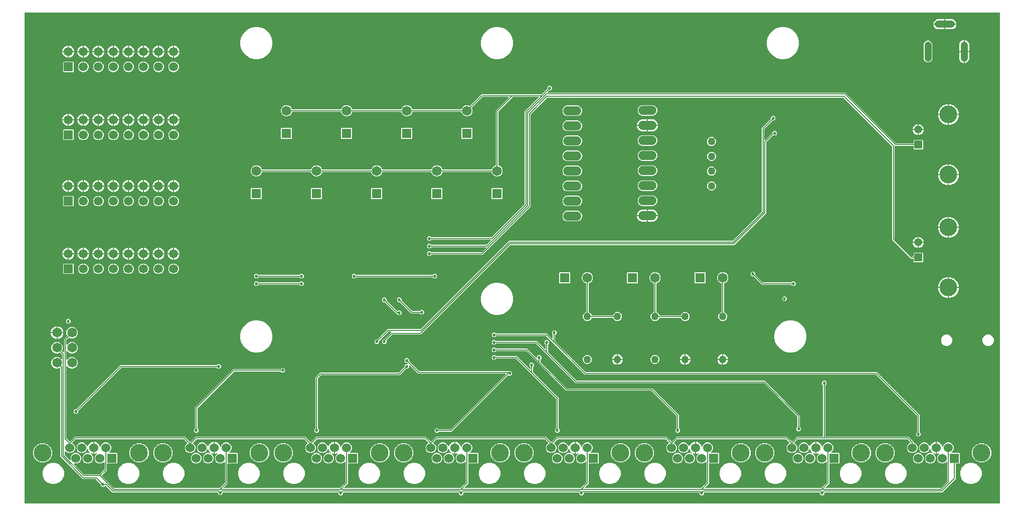
<source format=gbr>
G04 EAGLE Gerber RS-274X export*
G75*
%MOMM*%
%FSLAX34Y34*%
%LPD*%
%INBottom Copper*%
%IPPOS*%
%AMOC8*
5,1,8,0,0,1.08239X$1,22.5*%
G01*
G04 Define Apertures*
%ADD10C,1.260000*%
%ADD11R,1.500000X1.500000*%
%ADD12C,1.500000*%
%ADD13R,1.335000X1.335000*%
%ADD14C,1.335000*%
%ADD15C,3.000000*%
%ADD16C,1.650000*%
%ADD17R,1.650000X1.650000*%
%ADD18C,1.524000*%
%ADD19R,1.524000X1.524000*%
%ADD20C,1.200000*%
%ADD21C,1.524000*%
%ADD22C,0.525000*%
%ADD23C,0.152400*%
G36*
X1584803Y149412D02*
X1584506Y149352D01*
X-60706Y149352D01*
X-60981Y149403D01*
X-61236Y149567D01*
X-61408Y149817D01*
X-61468Y150114D01*
X-61468Y978156D01*
X-61417Y978431D01*
X-61253Y978686D01*
X-61003Y978858D01*
X-60706Y978918D01*
X1584506Y978918D01*
X1584781Y978867D01*
X1585036Y978703D01*
X1585208Y978453D01*
X1585268Y978156D01*
X1585268Y150114D01*
X1585217Y149839D01*
X1585053Y149584D01*
X1584803Y149412D01*
G37*
%LPC*%
G36*
X1473160Y959612D02*
X1491938Y959612D01*
X1491938Y967390D01*
X1480001Y967390D01*
X1476862Y966090D01*
X1474460Y963688D01*
X1473160Y960549D01*
X1473160Y959612D01*
G37*
G36*
X1493462Y959612D02*
X1512240Y959612D01*
X1512240Y960549D01*
X1510940Y963688D01*
X1508538Y966090D01*
X1505399Y967390D01*
X1493462Y967390D01*
X1493462Y959612D01*
G37*
G36*
X1493462Y950310D02*
X1505399Y950310D01*
X1508538Y951610D01*
X1510940Y954012D01*
X1512240Y957151D01*
X1512240Y958088D01*
X1493462Y958088D01*
X1493462Y950310D01*
G37*
G36*
X1480001Y950310D02*
X1491938Y950310D01*
X1491938Y958088D01*
X1473160Y958088D01*
X1473160Y957151D01*
X1474460Y954012D01*
X1476862Y951610D01*
X1480001Y950310D01*
G37*
G36*
X1215641Y900068D02*
X1222759Y900068D01*
X1229634Y901910D01*
X1235798Y905469D01*
X1240831Y910502D01*
X1244390Y916666D01*
X1246232Y923541D01*
X1246232Y930659D01*
X1244390Y937534D01*
X1240831Y943698D01*
X1235798Y948731D01*
X1229634Y952290D01*
X1222759Y954132D01*
X1215641Y954132D01*
X1208766Y952290D01*
X1202602Y948731D01*
X1197569Y943698D01*
X1194010Y937534D01*
X1192168Y930659D01*
X1192168Y923541D01*
X1194010Y916666D01*
X1197569Y910502D01*
X1202602Y905469D01*
X1208766Y901910D01*
X1215641Y900068D01*
G37*
G36*
X733041Y900068D02*
X740159Y900068D01*
X747034Y901910D01*
X753198Y905469D01*
X758231Y910502D01*
X761790Y916666D01*
X763632Y923541D01*
X763632Y930659D01*
X761790Y937534D01*
X758231Y943698D01*
X753198Y948731D01*
X747034Y952290D01*
X740159Y954132D01*
X733041Y954132D01*
X726166Y952290D01*
X720002Y948731D01*
X714969Y943698D01*
X711410Y937534D01*
X709568Y930659D01*
X709568Y923541D01*
X711410Y916666D01*
X714969Y910502D01*
X720002Y905469D01*
X726166Y901910D01*
X733041Y900068D01*
G37*
G36*
X326641Y900068D02*
X333759Y900068D01*
X340634Y901910D01*
X346798Y905469D01*
X351831Y910502D01*
X355390Y916666D01*
X357232Y923541D01*
X357232Y930659D01*
X355390Y937534D01*
X351831Y943698D01*
X346798Y948731D01*
X340634Y952290D01*
X333759Y954132D01*
X326641Y954132D01*
X319766Y952290D01*
X313602Y948731D01*
X308569Y943698D01*
X305010Y937534D01*
X303168Y930659D01*
X303168Y923541D01*
X305010Y916666D01*
X308569Y910502D01*
X313602Y905469D01*
X319766Y901910D01*
X326641Y900068D01*
G37*
G36*
X1516660Y913612D02*
X1524438Y913612D01*
X1524438Y932390D01*
X1523501Y932390D01*
X1520362Y931090D01*
X1517960Y928688D01*
X1516660Y925549D01*
X1516660Y913612D01*
G37*
G36*
X1525962Y913612D02*
X1533740Y913612D01*
X1533740Y925549D01*
X1532440Y928688D01*
X1530038Y931090D01*
X1526899Y932390D01*
X1525962Y932390D01*
X1525962Y913612D01*
G37*
G36*
X1462754Y894580D02*
X1465646Y894580D01*
X1468318Y895687D01*
X1470363Y897732D01*
X1471470Y900404D01*
X1471470Y925296D01*
X1470363Y927968D01*
X1468318Y930013D01*
X1465646Y931120D01*
X1462754Y931120D01*
X1460082Y930013D01*
X1458037Y927968D01*
X1456930Y925296D01*
X1456930Y900404D01*
X1458037Y897732D01*
X1460082Y895687D01*
X1462754Y894580D01*
G37*
G36*
X104260Y913244D02*
X113538Y913244D01*
X113538Y922522D01*
X112303Y922522D01*
X108613Y920993D01*
X105789Y918169D01*
X104260Y914479D01*
X104260Y913244D01*
G37*
G36*
X78860Y913244D02*
X88138Y913244D01*
X88138Y922522D01*
X86903Y922522D01*
X83213Y920993D01*
X80389Y918169D01*
X78860Y914479D01*
X78860Y913244D01*
G37*
G36*
X53460Y913244D02*
X62738Y913244D01*
X62738Y922522D01*
X61503Y922522D01*
X57813Y920993D01*
X54989Y918169D01*
X53460Y914479D01*
X53460Y913244D01*
G37*
G36*
X28060Y913244D02*
X37338Y913244D01*
X37338Y922522D01*
X36103Y922522D01*
X32413Y920993D01*
X29589Y918169D01*
X28060Y914479D01*
X28060Y913244D01*
G37*
G36*
X2660Y913244D02*
X11938Y913244D01*
X11938Y922522D01*
X10703Y922522D01*
X7013Y920993D01*
X4189Y918169D01*
X2660Y914479D01*
X2660Y913244D01*
G37*
G36*
X155060Y913244D02*
X164338Y913244D01*
X164338Y922522D01*
X163103Y922522D01*
X159413Y920993D01*
X156589Y918169D01*
X155060Y914479D01*
X155060Y913244D01*
G37*
G36*
X180460Y913244D02*
X189738Y913244D01*
X189738Y922522D01*
X188503Y922522D01*
X184813Y920993D01*
X181989Y918169D01*
X180460Y914479D01*
X180460Y913244D01*
G37*
G36*
X129660Y913244D02*
X138938Y913244D01*
X138938Y922522D01*
X137703Y922522D01*
X134013Y920993D01*
X131189Y918169D01*
X129660Y914479D01*
X129660Y913244D01*
G37*
G36*
X140462Y913244D02*
X149740Y913244D01*
X149740Y914479D01*
X148212Y918169D01*
X145387Y920993D01*
X141697Y922522D01*
X140462Y922522D01*
X140462Y913244D01*
G37*
G36*
X191262Y913244D02*
X200540Y913244D01*
X200540Y914479D01*
X199012Y918169D01*
X196187Y920993D01*
X192497Y922522D01*
X191262Y922522D01*
X191262Y913244D01*
G37*
G36*
X165862Y913244D02*
X175140Y913244D01*
X175140Y914479D01*
X173612Y918169D01*
X170787Y920993D01*
X167097Y922522D01*
X165862Y922522D01*
X165862Y913244D01*
G37*
G36*
X13462Y913244D02*
X22740Y913244D01*
X22740Y914479D01*
X21212Y918169D01*
X18387Y920993D01*
X14697Y922522D01*
X13462Y922522D01*
X13462Y913244D01*
G37*
G36*
X38862Y913244D02*
X48140Y913244D01*
X48140Y914479D01*
X46612Y918169D01*
X43787Y920993D01*
X40097Y922522D01*
X38862Y922522D01*
X38862Y913244D01*
G37*
G36*
X64262Y913244D02*
X73540Y913244D01*
X73540Y914479D01*
X72012Y918169D01*
X69187Y920993D01*
X65497Y922522D01*
X64262Y922522D01*
X64262Y913244D01*
G37*
G36*
X89662Y913244D02*
X98940Y913244D01*
X98940Y914479D01*
X97412Y918169D01*
X94587Y920993D01*
X90897Y922522D01*
X89662Y922522D01*
X89662Y913244D01*
G37*
G36*
X115062Y913244D02*
X124340Y913244D01*
X124340Y914479D01*
X122812Y918169D01*
X119987Y920993D01*
X116297Y922522D01*
X115062Y922522D01*
X115062Y913244D01*
G37*
G36*
X1525962Y893310D02*
X1526899Y893310D01*
X1530038Y894610D01*
X1532440Y897012D01*
X1533740Y900151D01*
X1533740Y912088D01*
X1525962Y912088D01*
X1525962Y893310D01*
G37*
G36*
X1523501Y893310D02*
X1524438Y893310D01*
X1524438Y912088D01*
X1516660Y912088D01*
X1516660Y900151D01*
X1517960Y897012D01*
X1520362Y894610D01*
X1523501Y893310D01*
G37*
G36*
X191262Y902442D02*
X192497Y902442D01*
X196187Y903970D01*
X199012Y906794D01*
X200540Y910485D01*
X200540Y911720D01*
X191262Y911720D01*
X191262Y902442D01*
G37*
G36*
X188503Y902442D02*
X189738Y902442D01*
X189738Y911720D01*
X180460Y911720D01*
X180460Y910485D01*
X181989Y906794D01*
X184813Y903970D01*
X188503Y902442D01*
G37*
G36*
X165862Y902442D02*
X167097Y902442D01*
X170787Y903970D01*
X173612Y906794D01*
X175140Y910485D01*
X175140Y911720D01*
X165862Y911720D01*
X165862Y902442D01*
G37*
G36*
X163103Y902442D02*
X164338Y902442D01*
X164338Y911720D01*
X155060Y911720D01*
X155060Y910485D01*
X156589Y906794D01*
X159413Y903970D01*
X163103Y902442D01*
G37*
G36*
X140462Y902442D02*
X141697Y902442D01*
X145387Y903970D01*
X148212Y906794D01*
X149740Y910485D01*
X149740Y911720D01*
X140462Y911720D01*
X140462Y902442D01*
G37*
G36*
X137703Y902442D02*
X138938Y902442D01*
X138938Y911720D01*
X129660Y911720D01*
X129660Y910485D01*
X131189Y906794D01*
X134013Y903970D01*
X137703Y902442D01*
G37*
G36*
X115062Y902442D02*
X116297Y902442D01*
X119987Y903970D01*
X122812Y906794D01*
X124340Y910485D01*
X124340Y911720D01*
X115062Y911720D01*
X115062Y902442D01*
G37*
G36*
X112303Y902442D02*
X113538Y902442D01*
X113538Y911720D01*
X104260Y911720D01*
X104260Y910485D01*
X105789Y906794D01*
X108613Y903970D01*
X112303Y902442D01*
G37*
G36*
X89662Y902442D02*
X90897Y902442D01*
X94587Y903970D01*
X97412Y906794D01*
X98940Y910485D01*
X98940Y911720D01*
X89662Y911720D01*
X89662Y902442D01*
G37*
G36*
X86903Y902442D02*
X88138Y902442D01*
X88138Y911720D01*
X78860Y911720D01*
X78860Y910485D01*
X80389Y906794D01*
X83213Y903970D01*
X86903Y902442D01*
G37*
G36*
X64262Y902442D02*
X65497Y902442D01*
X69187Y903970D01*
X72012Y906794D01*
X73540Y910485D01*
X73540Y911720D01*
X64262Y911720D01*
X64262Y902442D01*
G37*
G36*
X61503Y902442D02*
X62738Y902442D01*
X62738Y911720D01*
X53460Y911720D01*
X53460Y910485D01*
X54989Y906794D01*
X57813Y903970D01*
X61503Y902442D01*
G37*
G36*
X38862Y902442D02*
X40097Y902442D01*
X43787Y903970D01*
X46612Y906794D01*
X48140Y910485D01*
X48140Y911720D01*
X38862Y911720D01*
X38862Y902442D01*
G37*
G36*
X36103Y902442D02*
X37338Y902442D01*
X37338Y911720D01*
X28060Y911720D01*
X28060Y910485D01*
X29589Y906794D01*
X32413Y903970D01*
X36103Y902442D01*
G37*
G36*
X13462Y902442D02*
X14697Y902442D01*
X18387Y903970D01*
X21212Y906794D01*
X22740Y910485D01*
X22740Y911720D01*
X13462Y911720D01*
X13462Y902442D01*
G37*
G36*
X10703Y902442D02*
X11938Y902442D01*
X11938Y911720D01*
X2660Y911720D01*
X2660Y910485D01*
X4189Y906794D01*
X7013Y903970D01*
X10703Y902442D01*
G37*
G36*
X188756Y878312D02*
X192244Y878312D01*
X195468Y879647D01*
X197935Y882114D01*
X199270Y885337D01*
X199270Y888826D01*
X197935Y892049D01*
X195468Y894516D01*
X192244Y895852D01*
X188756Y895852D01*
X185532Y894516D01*
X183065Y892049D01*
X181730Y888826D01*
X181730Y885337D01*
X183065Y882114D01*
X185532Y879647D01*
X188756Y878312D01*
G37*
G36*
X163356Y878312D02*
X166844Y878312D01*
X170068Y879647D01*
X172535Y882114D01*
X173870Y885337D01*
X173870Y888826D01*
X172535Y892049D01*
X170068Y894516D01*
X166844Y895852D01*
X163356Y895852D01*
X160132Y894516D01*
X157665Y892049D01*
X156330Y888826D01*
X156330Y885337D01*
X157665Y882114D01*
X160132Y879647D01*
X163356Y878312D01*
G37*
G36*
X137956Y878312D02*
X141444Y878312D01*
X144668Y879647D01*
X147135Y882114D01*
X148470Y885337D01*
X148470Y888826D01*
X147135Y892049D01*
X144668Y894516D01*
X141444Y895852D01*
X137956Y895852D01*
X134732Y894516D01*
X132265Y892049D01*
X130930Y888826D01*
X130930Y885337D01*
X132265Y882114D01*
X134732Y879647D01*
X137956Y878312D01*
G37*
G36*
X112556Y878312D02*
X116044Y878312D01*
X119268Y879647D01*
X121735Y882114D01*
X123070Y885337D01*
X123070Y888826D01*
X121735Y892049D01*
X119268Y894516D01*
X116044Y895852D01*
X112556Y895852D01*
X109332Y894516D01*
X106865Y892049D01*
X105530Y888826D01*
X105530Y885337D01*
X106865Y882114D01*
X109332Y879647D01*
X112556Y878312D01*
G37*
G36*
X87156Y878312D02*
X90644Y878312D01*
X93868Y879647D01*
X96335Y882114D01*
X97670Y885337D01*
X97670Y888826D01*
X96335Y892049D01*
X93868Y894516D01*
X90644Y895852D01*
X87156Y895852D01*
X83932Y894516D01*
X81465Y892049D01*
X80130Y888826D01*
X80130Y885337D01*
X81465Y882114D01*
X83932Y879647D01*
X87156Y878312D01*
G37*
G36*
X61756Y878312D02*
X65244Y878312D01*
X68468Y879647D01*
X70935Y882114D01*
X72270Y885337D01*
X72270Y888826D01*
X70935Y892049D01*
X68468Y894516D01*
X65244Y895852D01*
X61756Y895852D01*
X58532Y894516D01*
X56065Y892049D01*
X54730Y888826D01*
X54730Y885337D01*
X56065Y882114D01*
X58532Y879647D01*
X61756Y878312D01*
G37*
G36*
X36356Y878312D02*
X39844Y878312D01*
X43068Y879647D01*
X45535Y882114D01*
X46870Y885337D01*
X46870Y888826D01*
X45535Y892049D01*
X43068Y894516D01*
X39844Y895852D01*
X36356Y895852D01*
X33132Y894516D01*
X30665Y892049D01*
X29330Y888826D01*
X29330Y885337D01*
X30665Y882114D01*
X33132Y879647D01*
X36356Y878312D01*
G37*
G36*
X4674Y878312D02*
X20726Y878312D01*
X21470Y879056D01*
X21470Y895108D01*
X20726Y895852D01*
X4674Y895852D01*
X3930Y895108D01*
X3930Y879056D01*
X4674Y878312D01*
G37*
G36*
X1440599Y557205D02*
X1455001Y557205D01*
X1455745Y557949D01*
X1455745Y572351D01*
X1455001Y573095D01*
X1440599Y573095D01*
X1439855Y572351D01*
X1439855Y567944D01*
X1439804Y567669D01*
X1439640Y567414D01*
X1439390Y567242D01*
X1439093Y567182D01*
X1437527Y567182D01*
X1437241Y567238D01*
X1436989Y567405D01*
X1408145Y596249D01*
X1407982Y596490D01*
X1407922Y596787D01*
X1407922Y752856D01*
X1407973Y753131D01*
X1408137Y753386D01*
X1408387Y753558D01*
X1408684Y753618D01*
X1439093Y753618D01*
X1439368Y753567D01*
X1439623Y753403D01*
X1439795Y753153D01*
X1439855Y752856D01*
X1439855Y748449D01*
X1440599Y747705D01*
X1455001Y747705D01*
X1455745Y748449D01*
X1455745Y762851D01*
X1455001Y763595D01*
X1440599Y763595D01*
X1439855Y762851D01*
X1439855Y758444D01*
X1439804Y758169D01*
X1439640Y757914D01*
X1439390Y757742D01*
X1439093Y757682D01*
X1410857Y757682D01*
X1410571Y757738D01*
X1410319Y757905D01*
X1324944Y843280D01*
X822593Y843280D01*
X822330Y843327D01*
X822072Y843486D01*
X821897Y843734D01*
X821831Y844030D01*
X821887Y844328D01*
X822055Y844581D01*
X824256Y846782D01*
X824497Y846945D01*
X824794Y847005D01*
X827113Y847005D01*
X829395Y849287D01*
X829395Y852513D01*
X827113Y854795D01*
X823887Y854795D01*
X821605Y852513D01*
X821605Y850194D01*
X821549Y849908D01*
X821382Y849656D01*
X812182Y840455D01*
X811940Y840292D01*
X811643Y840232D01*
X710358Y840232D01*
X691414Y821288D01*
X691178Y821128D01*
X690882Y821065D01*
X690584Y821123D01*
X687694Y822320D01*
X683906Y822320D01*
X680407Y820871D01*
X677729Y818193D01*
X676532Y815302D01*
X676376Y815064D01*
X676125Y814892D01*
X675828Y814832D01*
X594172Y814832D01*
X593892Y814885D01*
X593637Y815051D01*
X593468Y815302D01*
X592271Y818193D01*
X589593Y820871D01*
X586094Y822320D01*
X582306Y822320D01*
X578807Y820871D01*
X576129Y818193D01*
X574932Y815302D01*
X574776Y815064D01*
X574525Y814892D01*
X574228Y814832D01*
X492572Y814832D01*
X492292Y814885D01*
X492037Y815051D01*
X491868Y815302D01*
X490671Y818193D01*
X487993Y820871D01*
X484494Y822320D01*
X480706Y822320D01*
X477207Y820871D01*
X474529Y818193D01*
X473332Y815302D01*
X473176Y815064D01*
X472925Y814892D01*
X472628Y814832D01*
X390972Y814832D01*
X390692Y814885D01*
X390437Y815051D01*
X390268Y815302D01*
X389071Y818193D01*
X386393Y820871D01*
X382894Y822320D01*
X379106Y822320D01*
X375607Y820871D01*
X372929Y818193D01*
X371480Y814694D01*
X371480Y810906D01*
X372929Y807407D01*
X375607Y804729D01*
X379106Y803280D01*
X382894Y803280D01*
X386393Y804729D01*
X389071Y807407D01*
X390268Y810298D01*
X390425Y810536D01*
X390675Y810708D01*
X390972Y810768D01*
X472628Y810768D01*
X472909Y810715D01*
X473163Y810549D01*
X473332Y810298D01*
X474529Y807407D01*
X477207Y804729D01*
X480706Y803280D01*
X484494Y803280D01*
X487993Y804729D01*
X490671Y807407D01*
X491868Y810298D01*
X492025Y810536D01*
X492275Y810708D01*
X492572Y810768D01*
X574228Y810768D01*
X574509Y810715D01*
X574763Y810549D01*
X574932Y810298D01*
X576129Y807407D01*
X578807Y804729D01*
X582306Y803280D01*
X586094Y803280D01*
X589593Y804729D01*
X592271Y807407D01*
X593468Y810298D01*
X593625Y810536D01*
X593875Y810708D01*
X594172Y810768D01*
X675828Y810768D01*
X676109Y810715D01*
X676363Y810549D01*
X676532Y810298D01*
X677729Y807407D01*
X680407Y804729D01*
X683906Y803280D01*
X687694Y803280D01*
X691193Y804729D01*
X693871Y807407D01*
X695320Y810906D01*
X695320Y814694D01*
X694123Y817584D01*
X694065Y817863D01*
X694121Y818161D01*
X694288Y818414D01*
X711819Y835945D01*
X712060Y836108D01*
X712357Y836168D01*
X755255Y836168D01*
X755518Y836121D01*
X755776Y835962D01*
X755952Y835714D01*
X756017Y835418D01*
X755961Y835120D01*
X755794Y834867D01*
X734568Y813642D01*
X734568Y721172D01*
X734515Y720892D01*
X734349Y720637D01*
X734098Y720468D01*
X731207Y719271D01*
X728529Y716593D01*
X727332Y713702D01*
X727176Y713464D01*
X726925Y713292D01*
X726628Y713232D01*
X644972Y713232D01*
X644692Y713285D01*
X644437Y713451D01*
X644268Y713702D01*
X643071Y716593D01*
X640393Y719271D01*
X636894Y720720D01*
X633106Y720720D01*
X629607Y719271D01*
X626929Y716593D01*
X625732Y713702D01*
X625576Y713464D01*
X625325Y713292D01*
X625028Y713232D01*
X543372Y713232D01*
X543092Y713285D01*
X542837Y713451D01*
X542668Y713702D01*
X541471Y716593D01*
X538793Y719271D01*
X535294Y720720D01*
X531506Y720720D01*
X528007Y719271D01*
X525329Y716593D01*
X524132Y713702D01*
X523976Y713464D01*
X523725Y713292D01*
X523428Y713232D01*
X441772Y713232D01*
X441492Y713285D01*
X441237Y713451D01*
X441068Y713702D01*
X439871Y716593D01*
X437193Y719271D01*
X433694Y720720D01*
X429906Y720720D01*
X426407Y719271D01*
X423729Y716593D01*
X422532Y713702D01*
X422376Y713464D01*
X422125Y713292D01*
X421828Y713232D01*
X340172Y713232D01*
X339892Y713285D01*
X339637Y713451D01*
X339468Y713702D01*
X338271Y716593D01*
X335593Y719271D01*
X332094Y720720D01*
X328306Y720720D01*
X324807Y719271D01*
X322129Y716593D01*
X320680Y713094D01*
X320680Y709306D01*
X322129Y705807D01*
X324807Y703129D01*
X328306Y701680D01*
X332094Y701680D01*
X335593Y703129D01*
X338271Y705807D01*
X339468Y708698D01*
X339625Y708936D01*
X339875Y709108D01*
X340172Y709168D01*
X421828Y709168D01*
X422109Y709115D01*
X422363Y708949D01*
X422532Y708698D01*
X423729Y705807D01*
X426407Y703129D01*
X429906Y701680D01*
X433694Y701680D01*
X437193Y703129D01*
X439871Y705807D01*
X441068Y708698D01*
X441225Y708936D01*
X441475Y709108D01*
X441772Y709168D01*
X523428Y709168D01*
X523709Y709115D01*
X523963Y708949D01*
X524132Y708698D01*
X525329Y705807D01*
X528007Y703129D01*
X531506Y701680D01*
X535294Y701680D01*
X538793Y703129D01*
X541471Y705807D01*
X542668Y708698D01*
X542825Y708936D01*
X543075Y709108D01*
X543372Y709168D01*
X625028Y709168D01*
X625309Y709115D01*
X625563Y708949D01*
X625732Y708698D01*
X626929Y705807D01*
X629607Y703129D01*
X633106Y701680D01*
X636894Y701680D01*
X640393Y703129D01*
X643071Y705807D01*
X644268Y708698D01*
X644425Y708936D01*
X644675Y709108D01*
X644972Y709168D01*
X726628Y709168D01*
X726909Y709115D01*
X727163Y708949D01*
X727332Y708698D01*
X728529Y705807D01*
X731207Y703129D01*
X734706Y701680D01*
X738494Y701680D01*
X741993Y703129D01*
X744671Y705807D01*
X746120Y709306D01*
X746120Y713094D01*
X744671Y716593D01*
X741993Y719271D01*
X739102Y720468D01*
X738864Y720625D01*
X738692Y720875D01*
X738632Y721172D01*
X738632Y811643D01*
X738688Y811929D01*
X738855Y812182D01*
X762619Y835945D01*
X762860Y836108D01*
X763157Y836168D01*
X806055Y836168D01*
X806318Y836121D01*
X806576Y835962D01*
X806752Y835714D01*
X806817Y835418D01*
X806761Y835120D01*
X806594Y834867D01*
X783204Y811478D01*
X783204Y655314D01*
X783148Y655028D01*
X782981Y654776D01*
X727360Y599155D01*
X727119Y598992D01*
X726822Y598932D01*
X626092Y598932D01*
X625806Y598988D01*
X625553Y599155D01*
X623913Y600795D01*
X620687Y600795D01*
X618405Y598513D01*
X618405Y595287D01*
X620687Y593005D01*
X623913Y593005D01*
X625553Y594645D01*
X625795Y594808D01*
X626092Y594868D01*
X725544Y594868D01*
X725807Y594821D01*
X726066Y594662D01*
X726241Y594414D01*
X726306Y594118D01*
X726250Y593820D01*
X726083Y593567D01*
X718971Y586455D01*
X718729Y586292D01*
X718432Y586232D01*
X626092Y586232D01*
X625806Y586288D01*
X625553Y586455D01*
X623913Y588095D01*
X620687Y588095D01*
X618405Y585813D01*
X618405Y582587D01*
X620687Y580305D01*
X623913Y580305D01*
X625553Y581945D01*
X625795Y582108D01*
X626092Y582168D01*
X717155Y582168D01*
X717418Y582121D01*
X717676Y581962D01*
X717852Y581714D01*
X717917Y581418D01*
X717861Y581120D01*
X717694Y580867D01*
X710582Y573755D01*
X710340Y573592D01*
X710043Y573532D01*
X626092Y573532D01*
X625806Y573588D01*
X625553Y573755D01*
X623913Y575395D01*
X620687Y575395D01*
X618405Y573113D01*
X618405Y569887D01*
X620687Y567605D01*
X623913Y567605D01*
X625553Y569245D01*
X625795Y569408D01*
X626092Y569468D01*
X712042Y569468D01*
X793364Y650790D01*
X793364Y806524D01*
X793420Y806810D01*
X793587Y807063D01*
X821119Y834594D01*
X821360Y834757D01*
X821658Y834818D01*
X1320993Y834818D01*
X1321279Y834762D01*
X1321532Y834594D01*
X1403635Y752492D01*
X1403798Y752250D01*
X1403858Y751953D01*
X1403858Y594788D01*
X1435528Y563118D01*
X1439093Y563118D01*
X1439368Y563067D01*
X1439623Y562903D01*
X1439795Y562653D01*
X1439855Y562356D01*
X1439855Y557949D01*
X1440599Y557205D01*
G37*
G36*
X1499362Y807212D02*
X1516140Y807212D01*
X1516140Y809939D01*
X1513470Y816386D01*
X1508536Y821320D01*
X1502089Y823990D01*
X1499362Y823990D01*
X1499362Y807212D01*
G37*
G36*
X1481060Y807212D02*
X1497838Y807212D01*
X1497838Y823990D01*
X1495111Y823990D01*
X1488664Y821320D01*
X1483730Y816386D01*
X1481060Y809939D01*
X1481060Y807212D01*
G37*
G36*
X981212Y804418D02*
X999988Y804418D01*
X1003256Y805771D01*
X1005757Y808272D01*
X1007110Y811540D01*
X1007110Y815076D01*
X1005757Y818344D01*
X1003256Y820845D01*
X999988Y822198D01*
X981212Y822198D01*
X977944Y820845D01*
X975443Y818344D01*
X974090Y815076D01*
X974090Y811540D01*
X975443Y808272D01*
X977944Y805771D01*
X981212Y804418D01*
G37*
G36*
X854212Y803910D02*
X872988Y803910D01*
X876256Y805263D01*
X878757Y807764D01*
X880110Y811032D01*
X880110Y814568D01*
X878757Y817836D01*
X876256Y820337D01*
X872988Y821690D01*
X854212Y821690D01*
X850944Y820337D01*
X848443Y817836D01*
X847090Y814568D01*
X847090Y811032D01*
X848443Y807764D01*
X850944Y805263D01*
X854212Y803910D01*
G37*
G36*
X191262Y798364D02*
X200540Y798364D01*
X200540Y799599D01*
X199012Y803289D01*
X196187Y806113D01*
X192497Y807642D01*
X191262Y807642D01*
X191262Y798364D01*
G37*
G36*
X165862Y798364D02*
X175140Y798364D01*
X175140Y799599D01*
X173612Y803289D01*
X170787Y806113D01*
X167097Y807642D01*
X165862Y807642D01*
X165862Y798364D01*
G37*
G36*
X140462Y798364D02*
X149740Y798364D01*
X149740Y799599D01*
X148212Y803289D01*
X145387Y806113D01*
X141697Y807642D01*
X140462Y807642D01*
X140462Y798364D01*
G37*
G36*
X115062Y798364D02*
X124340Y798364D01*
X124340Y799599D01*
X122812Y803289D01*
X119987Y806113D01*
X116297Y807642D01*
X115062Y807642D01*
X115062Y798364D01*
G37*
G36*
X104260Y798364D02*
X113538Y798364D01*
X113538Y807642D01*
X112303Y807642D01*
X108613Y806113D01*
X105789Y803289D01*
X104260Y799599D01*
X104260Y798364D01*
G37*
G36*
X180460Y798364D02*
X189738Y798364D01*
X189738Y807642D01*
X188503Y807642D01*
X184813Y806113D01*
X181989Y803289D01*
X180460Y799599D01*
X180460Y798364D01*
G37*
G36*
X155060Y798364D02*
X164338Y798364D01*
X164338Y807642D01*
X163103Y807642D01*
X159413Y806113D01*
X156589Y803289D01*
X155060Y799599D01*
X155060Y798364D01*
G37*
G36*
X129660Y798364D02*
X138938Y798364D01*
X138938Y807642D01*
X137703Y807642D01*
X134013Y806113D01*
X131189Y803289D01*
X129660Y799599D01*
X129660Y798364D01*
G37*
G36*
X89662Y798364D02*
X98940Y798364D01*
X98940Y799599D01*
X97412Y803289D01*
X94587Y806113D01*
X90897Y807642D01*
X89662Y807642D01*
X89662Y798364D01*
G37*
G36*
X64262Y798364D02*
X73540Y798364D01*
X73540Y799599D01*
X72012Y803289D01*
X69187Y806113D01*
X65497Y807642D01*
X64262Y807642D01*
X64262Y798364D01*
G37*
G36*
X38862Y798364D02*
X48140Y798364D01*
X48140Y799599D01*
X46612Y803289D01*
X43787Y806113D01*
X40097Y807642D01*
X38862Y807642D01*
X38862Y798364D01*
G37*
G36*
X13462Y798364D02*
X22740Y798364D01*
X22740Y799599D01*
X21212Y803289D01*
X18387Y806113D01*
X14697Y807642D01*
X13462Y807642D01*
X13462Y798364D01*
G37*
G36*
X2660Y798364D02*
X11938Y798364D01*
X11938Y807642D01*
X10703Y807642D01*
X7013Y806113D01*
X4189Y803289D01*
X2660Y799599D01*
X2660Y798364D01*
G37*
G36*
X28060Y798364D02*
X37338Y798364D01*
X37338Y807642D01*
X36103Y807642D01*
X32413Y806113D01*
X29589Y803289D01*
X28060Y799599D01*
X28060Y798364D01*
G37*
G36*
X53460Y798364D02*
X62738Y798364D01*
X62738Y807642D01*
X61503Y807642D01*
X57813Y806113D01*
X54989Y803289D01*
X53460Y799599D01*
X53460Y798364D01*
G37*
G36*
X78860Y798364D02*
X88138Y798364D01*
X88138Y807642D01*
X86903Y807642D01*
X83213Y806113D01*
X80389Y803289D01*
X78860Y799599D01*
X78860Y798364D01*
G37*
G36*
X1499362Y788910D02*
X1502089Y788910D01*
X1508536Y791580D01*
X1513470Y796514D01*
X1516140Y802961D01*
X1516140Y805688D01*
X1499362Y805688D01*
X1499362Y788910D01*
G37*
G36*
X1495111Y788910D02*
X1497838Y788910D01*
X1497838Y805688D01*
X1481060Y805688D01*
X1481060Y802961D01*
X1483730Y796514D01*
X1488664Y791580D01*
X1495111Y788910D01*
G37*
G36*
X531787Y419015D02*
X535013Y419015D01*
X537295Y421297D01*
X537295Y423616D01*
X537351Y423902D01*
X537518Y424155D01*
X553069Y439705D01*
X553310Y439868D01*
X553607Y439928D01*
X557135Y439928D01*
X557398Y439881D01*
X557656Y439722D01*
X557832Y439474D01*
X557897Y439178D01*
X557841Y438880D01*
X557674Y438627D01*
X546075Y427028D01*
X545833Y426865D01*
X545536Y426805D01*
X544487Y426805D01*
X542205Y424523D01*
X542205Y421297D01*
X544487Y419015D01*
X547713Y419015D01*
X549995Y421297D01*
X549995Y424744D01*
X549972Y424850D01*
X550027Y425148D01*
X550195Y425401D01*
X559419Y434625D01*
X559660Y434788D01*
X559957Y434848D01*
X607902Y434848D01*
X758809Y585755D01*
X759050Y585918D01*
X759347Y585978D01*
X1136722Y585978D01*
X1190752Y640008D01*
X1190752Y759072D01*
X1190808Y759358D01*
X1190975Y759611D01*
X1202354Y770990D01*
X1202585Y771148D01*
X1202881Y771213D01*
X1203179Y771157D01*
X1203432Y770990D01*
X1203617Y770805D01*
X1206843Y770805D01*
X1209125Y773087D01*
X1209125Y776313D01*
X1206843Y778595D01*
X1203617Y778595D01*
X1201335Y776313D01*
X1201335Y776034D01*
X1201279Y775748D01*
X1201112Y775495D01*
X1189005Y763388D01*
X1188785Y763235D01*
X1188490Y763165D01*
X1188191Y763216D01*
X1187936Y763379D01*
X1187764Y763630D01*
X1187704Y763927D01*
X1187704Y781925D01*
X1187760Y782211D01*
X1187927Y782464D01*
X1201446Y795982D01*
X1201687Y796145D01*
X1201984Y796205D01*
X1204303Y796205D01*
X1206585Y798487D01*
X1206585Y801713D01*
X1204303Y803995D01*
X1201077Y803995D01*
X1198795Y801713D01*
X1198795Y799394D01*
X1198739Y799108D01*
X1198572Y798856D01*
X1183640Y783924D01*
X1183640Y642910D01*
X1183584Y642624D01*
X1183417Y642371D01*
X1134359Y593313D01*
X1134117Y593150D01*
X1133820Y593090D01*
X756445Y593090D01*
X607570Y444215D01*
X607329Y444052D01*
X607031Y443992D01*
X551608Y443992D01*
X534645Y427028D01*
X534403Y426865D01*
X534106Y426805D01*
X531787Y426805D01*
X529505Y424523D01*
X529505Y421297D01*
X531787Y419015D01*
G37*
G36*
X972820Y788670D02*
X989838Y788670D01*
X989838Y798068D01*
X980959Y798068D01*
X977225Y796521D01*
X974367Y793663D01*
X972820Y789929D01*
X972820Y788670D01*
G37*
G36*
X991362Y788670D02*
X1008380Y788670D01*
X1008380Y789929D01*
X1006833Y793663D01*
X1003975Y796521D01*
X1000241Y798068D01*
X991362Y798068D01*
X991362Y788670D01*
G37*
G36*
X86903Y787562D02*
X88138Y787562D01*
X88138Y796840D01*
X78860Y796840D01*
X78860Y795604D01*
X80389Y791914D01*
X83213Y789090D01*
X86903Y787562D01*
G37*
G36*
X61503Y787562D02*
X62738Y787562D01*
X62738Y796840D01*
X53460Y796840D01*
X53460Y795604D01*
X54989Y791914D01*
X57813Y789090D01*
X61503Y787562D01*
G37*
G36*
X10703Y787562D02*
X11938Y787562D01*
X11938Y796840D01*
X2660Y796840D01*
X2660Y795604D01*
X4189Y791914D01*
X7013Y789090D01*
X10703Y787562D01*
G37*
G36*
X13462Y787562D02*
X14697Y787562D01*
X18387Y789090D01*
X21212Y791914D01*
X22740Y795604D01*
X22740Y796840D01*
X13462Y796840D01*
X13462Y787562D01*
G37*
G36*
X36103Y787562D02*
X37338Y787562D01*
X37338Y796840D01*
X28060Y796840D01*
X28060Y795604D01*
X29589Y791914D01*
X32413Y789090D01*
X36103Y787562D01*
G37*
G36*
X38862Y787562D02*
X40097Y787562D01*
X43787Y789090D01*
X46612Y791914D01*
X48140Y795604D01*
X48140Y796840D01*
X38862Y796840D01*
X38862Y787562D01*
G37*
G36*
X64262Y787562D02*
X65497Y787562D01*
X69187Y789090D01*
X72012Y791914D01*
X73540Y795604D01*
X73540Y796840D01*
X64262Y796840D01*
X64262Y787562D01*
G37*
G36*
X89662Y787562D02*
X90897Y787562D01*
X94587Y789090D01*
X97412Y791914D01*
X98940Y795604D01*
X98940Y796840D01*
X89662Y796840D01*
X89662Y787562D01*
G37*
G36*
X112303Y787562D02*
X113538Y787562D01*
X113538Y796840D01*
X104260Y796840D01*
X104260Y795604D01*
X105789Y791914D01*
X108613Y789090D01*
X112303Y787562D01*
G37*
G36*
X115062Y787562D02*
X116297Y787562D01*
X119987Y789090D01*
X122812Y791914D01*
X124340Y795604D01*
X124340Y796840D01*
X115062Y796840D01*
X115062Y787562D01*
G37*
G36*
X137703Y787562D02*
X138938Y787562D01*
X138938Y796840D01*
X129660Y796840D01*
X129660Y795604D01*
X131189Y791914D01*
X134013Y789090D01*
X137703Y787562D01*
G37*
G36*
X140462Y787562D02*
X141697Y787562D01*
X145387Y789090D01*
X148212Y791914D01*
X149740Y795604D01*
X149740Y796840D01*
X140462Y796840D01*
X140462Y787562D01*
G37*
G36*
X163103Y787562D02*
X164338Y787562D01*
X164338Y796840D01*
X155060Y796840D01*
X155060Y795604D01*
X156589Y791914D01*
X159413Y789090D01*
X163103Y787562D01*
G37*
G36*
X165862Y787562D02*
X167097Y787562D01*
X170787Y789090D01*
X173612Y791914D01*
X175140Y795604D01*
X175140Y796840D01*
X165862Y796840D01*
X165862Y787562D01*
G37*
G36*
X188503Y787562D02*
X189738Y787562D01*
X189738Y796840D01*
X180460Y796840D01*
X180460Y795604D01*
X181989Y791914D01*
X184813Y789090D01*
X188503Y787562D01*
G37*
G36*
X191262Y787562D02*
X192497Y787562D01*
X196187Y789090D01*
X199012Y791914D01*
X200540Y795604D01*
X200540Y796840D01*
X191262Y796840D01*
X191262Y787562D01*
G37*
G36*
X854212Y778510D02*
X872988Y778510D01*
X876256Y779863D01*
X878757Y782364D01*
X880110Y785632D01*
X880110Y789168D01*
X878757Y792436D01*
X876256Y794937D01*
X872988Y796290D01*
X854212Y796290D01*
X850944Y794937D01*
X848443Y792436D01*
X847090Y789168D01*
X847090Y785632D01*
X848443Y782364D01*
X850944Y779863D01*
X854212Y778510D01*
G37*
G36*
X1438585Y781812D02*
X1447038Y781812D01*
X1447038Y790265D01*
X1445967Y790265D01*
X1442580Y788862D01*
X1439988Y786270D01*
X1438585Y782883D01*
X1438585Y781812D01*
G37*
G36*
X1448562Y781812D02*
X1457015Y781812D01*
X1457015Y782883D01*
X1455612Y786270D01*
X1453020Y788862D01*
X1449633Y790265D01*
X1448562Y790265D01*
X1448562Y781812D01*
G37*
G36*
X991362Y777748D02*
X1000241Y777748D01*
X1003975Y779295D01*
X1006833Y782153D01*
X1008380Y785887D01*
X1008380Y787146D01*
X991362Y787146D01*
X991362Y777748D01*
G37*
G36*
X980959Y777748D02*
X989838Y777748D01*
X989838Y787146D01*
X972820Y787146D01*
X972820Y785887D01*
X974367Y782153D01*
X977225Y779295D01*
X980959Y777748D01*
G37*
G36*
X473824Y765180D02*
X491376Y765180D01*
X492120Y765924D01*
X492120Y783476D01*
X491376Y784220D01*
X473824Y784220D01*
X473080Y783476D01*
X473080Y765924D01*
X473824Y765180D01*
G37*
G36*
X372224Y765180D02*
X389776Y765180D01*
X390520Y765924D01*
X390520Y783476D01*
X389776Y784220D01*
X372224Y784220D01*
X371480Y783476D01*
X371480Y765924D01*
X372224Y765180D01*
G37*
G36*
X677024Y765180D02*
X694576Y765180D01*
X695320Y765924D01*
X695320Y783476D01*
X694576Y784220D01*
X677024Y784220D01*
X676280Y783476D01*
X676280Y765924D01*
X677024Y765180D01*
G37*
G36*
X575424Y765180D02*
X592976Y765180D01*
X593720Y765924D01*
X593720Y783476D01*
X592976Y784220D01*
X575424Y784220D01*
X574680Y783476D01*
X574680Y765924D01*
X575424Y765180D01*
G37*
G36*
X36356Y763432D02*
X39844Y763432D01*
X43068Y764767D01*
X45535Y767234D01*
X46870Y770457D01*
X46870Y773946D01*
X45535Y777169D01*
X43068Y779636D01*
X39844Y780972D01*
X36356Y780972D01*
X33132Y779636D01*
X30665Y777169D01*
X29330Y773946D01*
X29330Y770457D01*
X30665Y767234D01*
X33132Y764767D01*
X36356Y763432D01*
G37*
G36*
X87156Y763432D02*
X90644Y763432D01*
X93868Y764767D01*
X96335Y767234D01*
X97670Y770457D01*
X97670Y773946D01*
X96335Y777169D01*
X93868Y779636D01*
X90644Y780972D01*
X87156Y780972D01*
X83932Y779636D01*
X81465Y777169D01*
X80130Y773946D01*
X80130Y770457D01*
X81465Y767234D01*
X83932Y764767D01*
X87156Y763432D01*
G37*
G36*
X4674Y763432D02*
X20726Y763432D01*
X21470Y764176D01*
X21470Y780228D01*
X20726Y780972D01*
X4674Y780972D01*
X3930Y780228D01*
X3930Y764176D01*
X4674Y763432D01*
G37*
G36*
X188756Y763432D02*
X192244Y763432D01*
X195468Y764767D01*
X197935Y767234D01*
X199270Y770457D01*
X199270Y773946D01*
X197935Y777169D01*
X195468Y779636D01*
X192244Y780972D01*
X188756Y780972D01*
X185532Y779636D01*
X183065Y777169D01*
X181730Y773946D01*
X181730Y770457D01*
X183065Y767234D01*
X185532Y764767D01*
X188756Y763432D01*
G37*
G36*
X163356Y763432D02*
X166844Y763432D01*
X170068Y764767D01*
X172535Y767234D01*
X173870Y770457D01*
X173870Y773946D01*
X172535Y777169D01*
X170068Y779636D01*
X166844Y780972D01*
X163356Y780972D01*
X160132Y779636D01*
X157665Y777169D01*
X156330Y773946D01*
X156330Y770457D01*
X157665Y767234D01*
X160132Y764767D01*
X163356Y763432D01*
G37*
G36*
X137956Y763432D02*
X141444Y763432D01*
X144668Y764767D01*
X147135Y767234D01*
X148470Y770457D01*
X148470Y773946D01*
X147135Y777169D01*
X144668Y779636D01*
X141444Y780972D01*
X137956Y780972D01*
X134732Y779636D01*
X132265Y777169D01*
X130930Y773946D01*
X130930Y770457D01*
X132265Y767234D01*
X134732Y764767D01*
X137956Y763432D01*
G37*
G36*
X61756Y763432D02*
X65244Y763432D01*
X68468Y764767D01*
X70935Y767234D01*
X72270Y770457D01*
X72270Y773946D01*
X70935Y777169D01*
X68468Y779636D01*
X65244Y780972D01*
X61756Y780972D01*
X58532Y779636D01*
X56065Y777169D01*
X54730Y773946D01*
X54730Y770457D01*
X56065Y767234D01*
X58532Y764767D01*
X61756Y763432D01*
G37*
G36*
X112556Y763432D02*
X116044Y763432D01*
X119268Y764767D01*
X121735Y767234D01*
X123070Y770457D01*
X123070Y773946D01*
X121735Y777169D01*
X119268Y779636D01*
X116044Y780972D01*
X112556Y780972D01*
X109332Y779636D01*
X106865Y777169D01*
X105530Y773946D01*
X105530Y770457D01*
X106865Y767234D01*
X109332Y764767D01*
X112556Y763432D01*
G37*
G36*
X1448562Y771835D02*
X1449633Y771835D01*
X1453020Y773238D01*
X1455612Y775830D01*
X1457015Y779217D01*
X1457015Y780288D01*
X1448562Y780288D01*
X1448562Y771835D01*
G37*
G36*
X1445967Y771835D02*
X1447038Y771835D01*
X1447038Y780288D01*
X1438585Y780288D01*
X1438585Y779217D01*
X1439988Y775830D01*
X1442580Y773238D01*
X1445967Y771835D01*
G37*
G36*
X981212Y753618D02*
X999988Y753618D01*
X1003256Y754971D01*
X1005757Y757472D01*
X1007110Y760740D01*
X1007110Y764276D01*
X1005757Y767544D01*
X1003256Y770045D01*
X999988Y771398D01*
X981212Y771398D01*
X977944Y770045D01*
X975443Y767544D01*
X974090Y764276D01*
X974090Y760740D01*
X975443Y757472D01*
X977944Y754971D01*
X981212Y753618D01*
G37*
G36*
X854212Y753110D02*
X872988Y753110D01*
X876256Y754463D01*
X878757Y756964D01*
X880110Y760232D01*
X880110Y763768D01*
X878757Y767036D01*
X876256Y769537D01*
X872988Y770890D01*
X854212Y770890D01*
X850944Y769537D01*
X848443Y767036D01*
X847090Y763768D01*
X847090Y760232D01*
X848443Y756964D01*
X850944Y754463D01*
X854212Y753110D01*
G37*
G36*
X1097044Y753230D02*
X1100056Y753230D01*
X1102838Y754382D01*
X1104968Y756512D01*
X1106120Y759294D01*
X1106120Y762306D01*
X1104968Y765088D01*
X1102838Y767218D01*
X1100056Y768370D01*
X1097044Y768370D01*
X1094262Y767218D01*
X1092132Y765088D01*
X1090980Y762306D01*
X1090980Y759294D01*
X1092132Y756512D01*
X1094262Y754382D01*
X1097044Y753230D01*
G37*
G36*
X981212Y728218D02*
X999988Y728218D01*
X1003256Y729571D01*
X1005757Y732072D01*
X1007110Y735340D01*
X1007110Y738876D01*
X1005757Y742144D01*
X1003256Y744645D01*
X999988Y745998D01*
X981212Y745998D01*
X977944Y744645D01*
X975443Y742144D01*
X974090Y738876D01*
X974090Y735340D01*
X975443Y732072D01*
X977944Y729571D01*
X981212Y728218D01*
G37*
G36*
X854212Y727710D02*
X872988Y727710D01*
X876256Y729063D01*
X878757Y731564D01*
X880110Y734832D01*
X880110Y738368D01*
X878757Y741636D01*
X876256Y744137D01*
X872988Y745490D01*
X854212Y745490D01*
X850944Y744137D01*
X848443Y741636D01*
X847090Y738368D01*
X847090Y734832D01*
X848443Y731564D01*
X850944Y729063D01*
X854212Y727710D01*
G37*
G36*
X1097044Y728230D02*
X1100056Y728230D01*
X1102838Y729382D01*
X1104968Y731512D01*
X1106120Y734294D01*
X1106120Y737306D01*
X1104968Y740088D01*
X1102838Y742218D01*
X1100056Y743370D01*
X1097044Y743370D01*
X1094262Y742218D01*
X1092132Y740088D01*
X1090980Y737306D01*
X1090980Y734294D01*
X1092132Y731512D01*
X1094262Y729382D01*
X1097044Y728230D01*
G37*
G36*
X1481060Y705612D02*
X1497838Y705612D01*
X1497838Y722390D01*
X1495111Y722390D01*
X1488664Y719720D01*
X1483730Y714786D01*
X1481060Y708339D01*
X1481060Y705612D01*
G37*
G36*
X1499362Y705612D02*
X1516140Y705612D01*
X1516140Y708339D01*
X1513470Y714786D01*
X1508536Y719720D01*
X1502089Y722390D01*
X1499362Y722390D01*
X1499362Y705612D01*
G37*
G36*
X981212Y702818D02*
X999988Y702818D01*
X1003256Y704171D01*
X1005757Y706672D01*
X1007110Y709940D01*
X1007110Y713476D01*
X1005757Y716744D01*
X1003256Y719245D01*
X999988Y720598D01*
X981212Y720598D01*
X977944Y719245D01*
X975443Y716744D01*
X974090Y713476D01*
X974090Y709940D01*
X975443Y706672D01*
X977944Y704171D01*
X981212Y702818D01*
G37*
G36*
X854212Y702310D02*
X872988Y702310D01*
X876256Y703663D01*
X878757Y706164D01*
X880110Y709432D01*
X880110Y712968D01*
X878757Y716236D01*
X876256Y718737D01*
X872988Y720090D01*
X854212Y720090D01*
X850944Y718737D01*
X848443Y716236D01*
X847090Y712968D01*
X847090Y709432D01*
X848443Y706164D01*
X850944Y703663D01*
X854212Y702310D01*
G37*
G36*
X1097044Y703230D02*
X1100056Y703230D01*
X1102838Y704382D01*
X1104968Y706512D01*
X1106120Y709294D01*
X1106120Y712306D01*
X1104968Y715088D01*
X1102838Y717218D01*
X1100056Y718370D01*
X1097044Y718370D01*
X1094262Y717218D01*
X1092132Y715088D01*
X1090980Y712306D01*
X1090980Y709294D01*
X1092132Y706512D01*
X1094262Y704382D01*
X1097044Y703230D01*
G37*
G36*
X1499362Y687310D02*
X1502089Y687310D01*
X1508536Y689980D01*
X1513470Y694914D01*
X1516140Y701361D01*
X1516140Y704088D01*
X1499362Y704088D01*
X1499362Y687310D01*
G37*
G36*
X1495111Y687310D02*
X1497838Y687310D01*
X1497838Y704088D01*
X1481060Y704088D01*
X1481060Y701361D01*
X1483730Y694914D01*
X1488664Y689980D01*
X1495111Y687310D01*
G37*
G36*
X129660Y686562D02*
X138938Y686562D01*
X138938Y695840D01*
X137703Y695840D01*
X134013Y694312D01*
X131189Y691487D01*
X129660Y687797D01*
X129660Y686562D01*
G37*
G36*
X191262Y686562D02*
X200540Y686562D01*
X200540Y687797D01*
X199012Y691487D01*
X196187Y694312D01*
X192497Y695840D01*
X191262Y695840D01*
X191262Y686562D01*
G37*
G36*
X13462Y686562D02*
X22740Y686562D01*
X22740Y687797D01*
X21212Y691487D01*
X18387Y694312D01*
X14697Y695840D01*
X13462Y695840D01*
X13462Y686562D01*
G37*
G36*
X38862Y686562D02*
X48140Y686562D01*
X48140Y687797D01*
X46612Y691487D01*
X43787Y694312D01*
X40097Y695840D01*
X38862Y695840D01*
X38862Y686562D01*
G37*
G36*
X2660Y686562D02*
X11938Y686562D01*
X11938Y695840D01*
X10703Y695840D01*
X7013Y694312D01*
X4189Y691487D01*
X2660Y687797D01*
X2660Y686562D01*
G37*
G36*
X28060Y686562D02*
X37338Y686562D01*
X37338Y695840D01*
X36103Y695840D01*
X32413Y694312D01*
X29589Y691487D01*
X28060Y687797D01*
X28060Y686562D01*
G37*
G36*
X53460Y686562D02*
X62738Y686562D01*
X62738Y695840D01*
X61503Y695840D01*
X57813Y694312D01*
X54989Y691487D01*
X53460Y687797D01*
X53460Y686562D01*
G37*
G36*
X78860Y686562D02*
X88138Y686562D01*
X88138Y695840D01*
X86903Y695840D01*
X83213Y694312D01*
X80389Y691487D01*
X78860Y687797D01*
X78860Y686562D01*
G37*
G36*
X180460Y686562D02*
X189738Y686562D01*
X189738Y695840D01*
X188503Y695840D01*
X184813Y694312D01*
X181989Y691487D01*
X180460Y687797D01*
X180460Y686562D01*
G37*
G36*
X155060Y686562D02*
X164338Y686562D01*
X164338Y695840D01*
X163103Y695840D01*
X159413Y694312D01*
X156589Y691487D01*
X155060Y687797D01*
X155060Y686562D01*
G37*
G36*
X64262Y686562D02*
X73540Y686562D01*
X73540Y687797D01*
X72012Y691487D01*
X69187Y694312D01*
X65497Y695840D01*
X64262Y695840D01*
X64262Y686562D01*
G37*
G36*
X104260Y686562D02*
X113538Y686562D01*
X113538Y695840D01*
X112303Y695840D01*
X108613Y694312D01*
X105789Y691487D01*
X104260Y687797D01*
X104260Y686562D01*
G37*
G36*
X115062Y686562D02*
X124340Y686562D01*
X124340Y687797D01*
X122812Y691487D01*
X119987Y694312D01*
X116297Y695840D01*
X115062Y695840D01*
X115062Y686562D01*
G37*
G36*
X140462Y686562D02*
X149740Y686562D01*
X149740Y687797D01*
X148212Y691487D01*
X145387Y694312D01*
X141697Y695840D01*
X140462Y695840D01*
X140462Y686562D01*
G37*
G36*
X165862Y686562D02*
X175140Y686562D01*
X175140Y687797D01*
X173612Y691487D01*
X170787Y694312D01*
X167097Y695840D01*
X165862Y695840D01*
X165862Y686562D01*
G37*
G36*
X89662Y686562D02*
X98940Y686562D01*
X98940Y687797D01*
X97412Y691487D01*
X94587Y694312D01*
X90897Y695840D01*
X89662Y695840D01*
X89662Y686562D01*
G37*
G36*
X981212Y677418D02*
X999988Y677418D01*
X1003256Y678771D01*
X1005757Y681272D01*
X1007110Y684540D01*
X1007110Y688076D01*
X1005757Y691344D01*
X1003256Y693845D01*
X999988Y695198D01*
X981212Y695198D01*
X977944Y693845D01*
X975443Y691344D01*
X974090Y688076D01*
X974090Y684540D01*
X975443Y681272D01*
X977944Y678771D01*
X981212Y677418D01*
G37*
G36*
X854212Y676910D02*
X872988Y676910D01*
X876256Y678263D01*
X878757Y680764D01*
X880110Y684032D01*
X880110Y687568D01*
X878757Y690836D01*
X876256Y693337D01*
X872988Y694690D01*
X854212Y694690D01*
X850944Y693337D01*
X848443Y690836D01*
X847090Y687568D01*
X847090Y684032D01*
X848443Y680764D01*
X850944Y678263D01*
X854212Y676910D01*
G37*
G36*
X1097044Y678230D02*
X1100056Y678230D01*
X1102838Y679382D01*
X1104968Y681512D01*
X1106120Y684294D01*
X1106120Y687306D01*
X1104968Y690088D01*
X1102838Y692218D01*
X1100056Y693370D01*
X1097044Y693370D01*
X1094262Y692218D01*
X1092132Y690088D01*
X1090980Y687306D01*
X1090980Y684294D01*
X1092132Y681512D01*
X1094262Y679382D01*
X1097044Y678230D01*
G37*
G36*
X89662Y675760D02*
X90897Y675760D01*
X94587Y677289D01*
X97412Y680113D01*
X98940Y683803D01*
X98940Y685038D01*
X89662Y685038D01*
X89662Y675760D01*
G37*
G36*
X64262Y675760D02*
X65497Y675760D01*
X69187Y677289D01*
X72012Y680113D01*
X73540Y683803D01*
X73540Y685038D01*
X64262Y685038D01*
X64262Y675760D01*
G37*
G36*
X61503Y675760D02*
X62738Y675760D01*
X62738Y685038D01*
X53460Y685038D01*
X53460Y683803D01*
X54989Y680113D01*
X57813Y677289D01*
X61503Y675760D01*
G37*
G36*
X38862Y675760D02*
X40097Y675760D01*
X43787Y677289D01*
X46612Y680113D01*
X48140Y683803D01*
X48140Y685038D01*
X38862Y685038D01*
X38862Y675760D01*
G37*
G36*
X36103Y675760D02*
X37338Y675760D01*
X37338Y685038D01*
X28060Y685038D01*
X28060Y683803D01*
X29589Y680113D01*
X32413Y677289D01*
X36103Y675760D01*
G37*
G36*
X13462Y675760D02*
X14697Y675760D01*
X18387Y677289D01*
X21212Y680113D01*
X22740Y683803D01*
X22740Y685038D01*
X13462Y685038D01*
X13462Y675760D01*
G37*
G36*
X10703Y675760D02*
X11938Y675760D01*
X11938Y685038D01*
X2660Y685038D01*
X2660Y683803D01*
X4189Y680113D01*
X7013Y677289D01*
X10703Y675760D01*
G37*
G36*
X191262Y675760D02*
X192497Y675760D01*
X196187Y677289D01*
X199012Y680113D01*
X200540Y683803D01*
X200540Y685038D01*
X191262Y685038D01*
X191262Y675760D01*
G37*
G36*
X188503Y675760D02*
X189738Y675760D01*
X189738Y685038D01*
X180460Y685038D01*
X180460Y683803D01*
X181989Y680113D01*
X184813Y677289D01*
X188503Y675760D01*
G37*
G36*
X165862Y675760D02*
X167097Y675760D01*
X170787Y677289D01*
X173612Y680113D01*
X175140Y683803D01*
X175140Y685038D01*
X165862Y685038D01*
X165862Y675760D01*
G37*
G36*
X163103Y675760D02*
X164338Y675760D01*
X164338Y685038D01*
X155060Y685038D01*
X155060Y683803D01*
X156589Y680113D01*
X159413Y677289D01*
X163103Y675760D01*
G37*
G36*
X140462Y675760D02*
X141697Y675760D01*
X145387Y677289D01*
X148212Y680113D01*
X149740Y683803D01*
X149740Y685038D01*
X140462Y685038D01*
X140462Y675760D01*
G37*
G36*
X137703Y675760D02*
X138938Y675760D01*
X138938Y685038D01*
X129660Y685038D01*
X129660Y683803D01*
X131189Y680113D01*
X134013Y677289D01*
X137703Y675760D01*
G37*
G36*
X115062Y675760D02*
X116297Y675760D01*
X119987Y677289D01*
X122812Y680113D01*
X124340Y683803D01*
X124340Y685038D01*
X115062Y685038D01*
X115062Y675760D01*
G37*
G36*
X112303Y675760D02*
X113538Y675760D01*
X113538Y685038D01*
X104260Y685038D01*
X104260Y683803D01*
X105789Y680113D01*
X108613Y677289D01*
X112303Y675760D01*
G37*
G36*
X86903Y675760D02*
X88138Y675760D01*
X88138Y685038D01*
X78860Y685038D01*
X78860Y683803D01*
X80389Y680113D01*
X83213Y677289D01*
X86903Y675760D01*
G37*
G36*
X727824Y663580D02*
X745376Y663580D01*
X746120Y664324D01*
X746120Y681876D01*
X745376Y682620D01*
X727824Y682620D01*
X727080Y681876D01*
X727080Y664324D01*
X727824Y663580D01*
G37*
G36*
X321424Y663580D02*
X338976Y663580D01*
X339720Y664324D01*
X339720Y681876D01*
X338976Y682620D01*
X321424Y682620D01*
X320680Y681876D01*
X320680Y664324D01*
X321424Y663580D01*
G37*
G36*
X626224Y663580D02*
X643776Y663580D01*
X644520Y664324D01*
X644520Y681876D01*
X643776Y682620D01*
X626224Y682620D01*
X625480Y681876D01*
X625480Y664324D01*
X626224Y663580D01*
G37*
G36*
X524624Y663580D02*
X542176Y663580D01*
X542920Y664324D01*
X542920Y681876D01*
X542176Y682620D01*
X524624Y682620D01*
X523880Y681876D01*
X523880Y664324D01*
X524624Y663580D01*
G37*
G36*
X423024Y663580D02*
X440576Y663580D01*
X441320Y664324D01*
X441320Y681876D01*
X440576Y682620D01*
X423024Y682620D01*
X422280Y681876D01*
X422280Y664324D01*
X423024Y663580D01*
G37*
G36*
X981212Y652018D02*
X999988Y652018D01*
X1003256Y653371D01*
X1005757Y655872D01*
X1007110Y659140D01*
X1007110Y662676D01*
X1005757Y665944D01*
X1003256Y668445D01*
X999988Y669798D01*
X981212Y669798D01*
X977944Y668445D01*
X975443Y665944D01*
X974090Y662676D01*
X974090Y659140D01*
X975443Y655872D01*
X977944Y653371D01*
X981212Y652018D01*
G37*
G36*
X854212Y651510D02*
X872988Y651510D01*
X876256Y652863D01*
X878757Y655364D01*
X880110Y658632D01*
X880110Y662168D01*
X878757Y665436D01*
X876256Y667937D01*
X872988Y669290D01*
X854212Y669290D01*
X850944Y667937D01*
X848443Y665436D01*
X847090Y662168D01*
X847090Y658632D01*
X848443Y655364D01*
X850944Y652863D01*
X854212Y651510D01*
G37*
G36*
X61756Y651630D02*
X65244Y651630D01*
X68468Y652965D01*
X70935Y655432D01*
X72270Y658656D01*
X72270Y662144D01*
X70935Y665368D01*
X68468Y667835D01*
X65244Y669170D01*
X61756Y669170D01*
X58532Y667835D01*
X56065Y665368D01*
X54730Y662144D01*
X54730Y658656D01*
X56065Y655432D01*
X58532Y652965D01*
X61756Y651630D01*
G37*
G36*
X4674Y651630D02*
X20726Y651630D01*
X21470Y652374D01*
X21470Y668426D01*
X20726Y669170D01*
X4674Y669170D01*
X3930Y668426D01*
X3930Y652374D01*
X4674Y651630D01*
G37*
G36*
X36356Y651630D02*
X39844Y651630D01*
X43068Y652965D01*
X45535Y655432D01*
X46870Y658656D01*
X46870Y662144D01*
X45535Y665368D01*
X43068Y667835D01*
X39844Y669170D01*
X36356Y669170D01*
X33132Y667835D01*
X30665Y665368D01*
X29330Y662144D01*
X29330Y658656D01*
X30665Y655432D01*
X33132Y652965D01*
X36356Y651630D01*
G37*
G36*
X87156Y651630D02*
X90644Y651630D01*
X93868Y652965D01*
X96335Y655432D01*
X97670Y658656D01*
X97670Y662144D01*
X96335Y665368D01*
X93868Y667835D01*
X90644Y669170D01*
X87156Y669170D01*
X83932Y667835D01*
X81465Y665368D01*
X80130Y662144D01*
X80130Y658656D01*
X81465Y655432D01*
X83932Y652965D01*
X87156Y651630D01*
G37*
G36*
X112556Y651630D02*
X116044Y651630D01*
X119268Y652965D01*
X121735Y655432D01*
X123070Y658656D01*
X123070Y662144D01*
X121735Y665368D01*
X119268Y667835D01*
X116044Y669170D01*
X112556Y669170D01*
X109332Y667835D01*
X106865Y665368D01*
X105530Y662144D01*
X105530Y658656D01*
X106865Y655432D01*
X109332Y652965D01*
X112556Y651630D01*
G37*
G36*
X137956Y651630D02*
X141444Y651630D01*
X144668Y652965D01*
X147135Y655432D01*
X148470Y658656D01*
X148470Y662144D01*
X147135Y665368D01*
X144668Y667835D01*
X141444Y669170D01*
X137956Y669170D01*
X134732Y667835D01*
X132265Y665368D01*
X130930Y662144D01*
X130930Y658656D01*
X132265Y655432D01*
X134732Y652965D01*
X137956Y651630D01*
G37*
G36*
X163356Y651630D02*
X166844Y651630D01*
X170068Y652965D01*
X172535Y655432D01*
X173870Y658656D01*
X173870Y662144D01*
X172535Y665368D01*
X170068Y667835D01*
X166844Y669170D01*
X163356Y669170D01*
X160132Y667835D01*
X157665Y665368D01*
X156330Y662144D01*
X156330Y658656D01*
X157665Y655432D01*
X160132Y652965D01*
X163356Y651630D01*
G37*
G36*
X188756Y651630D02*
X192244Y651630D01*
X195468Y652965D01*
X197935Y655432D01*
X199270Y658656D01*
X199270Y662144D01*
X197935Y665368D01*
X195468Y667835D01*
X192244Y669170D01*
X188756Y669170D01*
X185532Y667835D01*
X183065Y665368D01*
X181730Y662144D01*
X181730Y658656D01*
X183065Y655432D01*
X185532Y652965D01*
X188756Y651630D01*
G37*
G36*
X972820Y636270D02*
X989838Y636270D01*
X989838Y645668D01*
X980959Y645668D01*
X977225Y644121D01*
X974367Y641263D01*
X972820Y637529D01*
X972820Y636270D01*
G37*
G36*
X991362Y636270D02*
X1008380Y636270D01*
X1008380Y637529D01*
X1006833Y641263D01*
X1003975Y644121D01*
X1000241Y645668D01*
X991362Y645668D01*
X991362Y636270D01*
G37*
G36*
X854212Y626110D02*
X872988Y626110D01*
X876256Y627463D01*
X878757Y629964D01*
X880110Y633232D01*
X880110Y636768D01*
X878757Y640036D01*
X876256Y642537D01*
X872988Y643890D01*
X854212Y643890D01*
X850944Y642537D01*
X848443Y640036D01*
X847090Y636768D01*
X847090Y633232D01*
X848443Y629964D01*
X850944Y627463D01*
X854212Y626110D01*
G37*
G36*
X980959Y625348D02*
X989838Y625348D01*
X989838Y634746D01*
X972820Y634746D01*
X972820Y633487D01*
X974367Y629753D01*
X977225Y626895D01*
X980959Y625348D01*
G37*
G36*
X991362Y625348D02*
X1000241Y625348D01*
X1003975Y626895D01*
X1006833Y629753D01*
X1008380Y633487D01*
X1008380Y634746D01*
X991362Y634746D01*
X991362Y625348D01*
G37*
G36*
X1499362Y616712D02*
X1516140Y616712D01*
X1516140Y619439D01*
X1513470Y625886D01*
X1508536Y630820D01*
X1502089Y633490D01*
X1499362Y633490D01*
X1499362Y616712D01*
G37*
G36*
X1481060Y616712D02*
X1497838Y616712D01*
X1497838Y633490D01*
X1495111Y633490D01*
X1488664Y630820D01*
X1483730Y625886D01*
X1481060Y619439D01*
X1481060Y616712D01*
G37*
G36*
X1495111Y598410D02*
X1497838Y598410D01*
X1497838Y615188D01*
X1481060Y615188D01*
X1481060Y612461D01*
X1483730Y606014D01*
X1488664Y601080D01*
X1495111Y598410D01*
G37*
G36*
X1499362Y598410D02*
X1502089Y598410D01*
X1508536Y601080D01*
X1513470Y606014D01*
X1516140Y612461D01*
X1516140Y615188D01*
X1499362Y615188D01*
X1499362Y598410D01*
G37*
G36*
X1438585Y591312D02*
X1447038Y591312D01*
X1447038Y599765D01*
X1445967Y599765D01*
X1442580Y598362D01*
X1439988Y595770D01*
X1438585Y592383D01*
X1438585Y591312D01*
G37*
G36*
X1448562Y591312D02*
X1457015Y591312D01*
X1457015Y592383D01*
X1455612Y595770D01*
X1453020Y598362D01*
X1449633Y599765D01*
X1448562Y599765D01*
X1448562Y591312D01*
G37*
G36*
X1445967Y581335D02*
X1447038Y581335D01*
X1447038Y589788D01*
X1438585Y589788D01*
X1438585Y588717D01*
X1439988Y585330D01*
X1442580Y582738D01*
X1445967Y581335D01*
G37*
G36*
X1448562Y581335D02*
X1449633Y581335D01*
X1453020Y582738D01*
X1455612Y585330D01*
X1457015Y588717D01*
X1457015Y589788D01*
X1448562Y589788D01*
X1448562Y581335D01*
G37*
G36*
X89662Y572262D02*
X98940Y572262D01*
X98940Y573497D01*
X97412Y577187D01*
X94587Y580012D01*
X90897Y581540D01*
X89662Y581540D01*
X89662Y572262D01*
G37*
G36*
X38862Y572262D02*
X48140Y572262D01*
X48140Y573497D01*
X46612Y577187D01*
X43787Y580012D01*
X40097Y581540D01*
X38862Y581540D01*
X38862Y572262D01*
G37*
G36*
X28060Y572262D02*
X37338Y572262D01*
X37338Y581540D01*
X36103Y581540D01*
X32413Y580012D01*
X29589Y577187D01*
X28060Y573497D01*
X28060Y572262D01*
G37*
G36*
X78860Y572262D02*
X88138Y572262D01*
X88138Y581540D01*
X86903Y581540D01*
X83213Y580012D01*
X80389Y577187D01*
X78860Y573497D01*
X78860Y572262D01*
G37*
G36*
X104260Y572262D02*
X113538Y572262D01*
X113538Y581540D01*
X112303Y581540D01*
X108613Y580012D01*
X105789Y577187D01*
X104260Y573497D01*
X104260Y572262D01*
G37*
G36*
X129660Y572262D02*
X138938Y572262D01*
X138938Y581540D01*
X137703Y581540D01*
X134013Y580012D01*
X131189Y577187D01*
X129660Y573497D01*
X129660Y572262D01*
G37*
G36*
X155060Y572262D02*
X164338Y572262D01*
X164338Y581540D01*
X163103Y581540D01*
X159413Y580012D01*
X156589Y577187D01*
X155060Y573497D01*
X155060Y572262D01*
G37*
G36*
X180460Y572262D02*
X189738Y572262D01*
X189738Y581540D01*
X188503Y581540D01*
X184813Y580012D01*
X181989Y577187D01*
X180460Y573497D01*
X180460Y572262D01*
G37*
G36*
X2660Y572262D02*
X11938Y572262D01*
X11938Y581540D01*
X10703Y581540D01*
X7013Y580012D01*
X4189Y577187D01*
X2660Y573497D01*
X2660Y572262D01*
G37*
G36*
X53460Y572262D02*
X62738Y572262D01*
X62738Y581540D01*
X61503Y581540D01*
X57813Y580012D01*
X54989Y577187D01*
X53460Y573497D01*
X53460Y572262D01*
G37*
G36*
X64262Y572262D02*
X73540Y572262D01*
X73540Y573497D01*
X72012Y577187D01*
X69187Y580012D01*
X65497Y581540D01*
X64262Y581540D01*
X64262Y572262D01*
G37*
G36*
X13462Y572262D02*
X22740Y572262D01*
X22740Y573497D01*
X21212Y577187D01*
X18387Y580012D01*
X14697Y581540D01*
X13462Y581540D01*
X13462Y572262D01*
G37*
G36*
X191262Y572262D02*
X200540Y572262D01*
X200540Y573497D01*
X199012Y577187D01*
X196187Y580012D01*
X192497Y581540D01*
X191262Y581540D01*
X191262Y572262D01*
G37*
G36*
X165862Y572262D02*
X175140Y572262D01*
X175140Y573497D01*
X173612Y577187D01*
X170787Y580012D01*
X167097Y581540D01*
X165862Y581540D01*
X165862Y572262D01*
G37*
G36*
X140462Y572262D02*
X149740Y572262D01*
X149740Y573497D01*
X148212Y577187D01*
X145387Y580012D01*
X141697Y581540D01*
X140462Y581540D01*
X140462Y572262D01*
G37*
G36*
X115062Y572262D02*
X124340Y572262D01*
X124340Y573497D01*
X122812Y577187D01*
X119987Y580012D01*
X116297Y581540D01*
X115062Y581540D01*
X115062Y572262D01*
G37*
G36*
X36103Y561460D02*
X37338Y561460D01*
X37338Y570738D01*
X28060Y570738D01*
X28060Y569503D01*
X29589Y565813D01*
X32413Y562989D01*
X36103Y561460D01*
G37*
G36*
X191262Y561460D02*
X192497Y561460D01*
X196187Y562989D01*
X199012Y565813D01*
X200540Y569503D01*
X200540Y570738D01*
X191262Y570738D01*
X191262Y561460D01*
G37*
G36*
X188503Y561460D02*
X189738Y561460D01*
X189738Y570738D01*
X180460Y570738D01*
X180460Y569503D01*
X181989Y565813D01*
X184813Y562989D01*
X188503Y561460D01*
G37*
G36*
X165862Y561460D02*
X167097Y561460D01*
X170787Y562989D01*
X173612Y565813D01*
X175140Y569503D01*
X175140Y570738D01*
X165862Y570738D01*
X165862Y561460D01*
G37*
G36*
X163103Y561460D02*
X164338Y561460D01*
X164338Y570738D01*
X155060Y570738D01*
X155060Y569503D01*
X156589Y565813D01*
X159413Y562989D01*
X163103Y561460D01*
G37*
G36*
X140462Y561460D02*
X141697Y561460D01*
X145387Y562989D01*
X148212Y565813D01*
X149740Y569503D01*
X149740Y570738D01*
X140462Y570738D01*
X140462Y561460D01*
G37*
G36*
X137703Y561460D02*
X138938Y561460D01*
X138938Y570738D01*
X129660Y570738D01*
X129660Y569503D01*
X131189Y565813D01*
X134013Y562989D01*
X137703Y561460D01*
G37*
G36*
X115062Y561460D02*
X116297Y561460D01*
X119987Y562989D01*
X122812Y565813D01*
X124340Y569503D01*
X124340Y570738D01*
X115062Y570738D01*
X115062Y561460D01*
G37*
G36*
X112303Y561460D02*
X113538Y561460D01*
X113538Y570738D01*
X104260Y570738D01*
X104260Y569503D01*
X105789Y565813D01*
X108613Y562989D01*
X112303Y561460D01*
G37*
G36*
X89662Y561460D02*
X90897Y561460D01*
X94587Y562989D01*
X97412Y565813D01*
X98940Y569503D01*
X98940Y570738D01*
X89662Y570738D01*
X89662Y561460D01*
G37*
G36*
X86903Y561460D02*
X88138Y561460D01*
X88138Y570738D01*
X78860Y570738D01*
X78860Y569503D01*
X80389Y565813D01*
X83213Y562989D01*
X86903Y561460D01*
G37*
G36*
X64262Y561460D02*
X65497Y561460D01*
X69187Y562989D01*
X72012Y565813D01*
X73540Y569503D01*
X73540Y570738D01*
X64262Y570738D01*
X64262Y561460D01*
G37*
G36*
X61503Y561460D02*
X62738Y561460D01*
X62738Y570738D01*
X53460Y570738D01*
X53460Y569503D01*
X54989Y565813D01*
X57813Y562989D01*
X61503Y561460D01*
G37*
G36*
X38862Y561460D02*
X40097Y561460D01*
X43787Y562989D01*
X46612Y565813D01*
X48140Y569503D01*
X48140Y570738D01*
X38862Y570738D01*
X38862Y561460D01*
G37*
G36*
X13462Y561460D02*
X14697Y561460D01*
X18387Y562989D01*
X21212Y565813D01*
X22740Y569503D01*
X22740Y570738D01*
X13462Y570738D01*
X13462Y561460D01*
G37*
G36*
X10703Y561460D02*
X11938Y561460D01*
X11938Y570738D01*
X2660Y570738D01*
X2660Y569503D01*
X4189Y565813D01*
X7013Y562989D01*
X10703Y561460D01*
G37*
G36*
X188756Y537330D02*
X192244Y537330D01*
X195468Y538665D01*
X197935Y541132D01*
X199270Y544356D01*
X199270Y547844D01*
X197935Y551068D01*
X195468Y553535D01*
X192244Y554870D01*
X188756Y554870D01*
X185532Y553535D01*
X183065Y551068D01*
X181730Y547844D01*
X181730Y544356D01*
X183065Y541132D01*
X185532Y538665D01*
X188756Y537330D01*
G37*
G36*
X163356Y537330D02*
X166844Y537330D01*
X170068Y538665D01*
X172535Y541132D01*
X173870Y544356D01*
X173870Y547844D01*
X172535Y551068D01*
X170068Y553535D01*
X166844Y554870D01*
X163356Y554870D01*
X160132Y553535D01*
X157665Y551068D01*
X156330Y547844D01*
X156330Y544356D01*
X157665Y541132D01*
X160132Y538665D01*
X163356Y537330D01*
G37*
G36*
X137956Y537330D02*
X141444Y537330D01*
X144668Y538665D01*
X147135Y541132D01*
X148470Y544356D01*
X148470Y547844D01*
X147135Y551068D01*
X144668Y553535D01*
X141444Y554870D01*
X137956Y554870D01*
X134732Y553535D01*
X132265Y551068D01*
X130930Y547844D01*
X130930Y544356D01*
X132265Y541132D01*
X134732Y538665D01*
X137956Y537330D01*
G37*
G36*
X112556Y537330D02*
X116044Y537330D01*
X119268Y538665D01*
X121735Y541132D01*
X123070Y544356D01*
X123070Y547844D01*
X121735Y551068D01*
X119268Y553535D01*
X116044Y554870D01*
X112556Y554870D01*
X109332Y553535D01*
X106865Y551068D01*
X105530Y547844D01*
X105530Y544356D01*
X106865Y541132D01*
X109332Y538665D01*
X112556Y537330D01*
G37*
G36*
X87156Y537330D02*
X90644Y537330D01*
X93868Y538665D01*
X96335Y541132D01*
X97670Y544356D01*
X97670Y547844D01*
X96335Y551068D01*
X93868Y553535D01*
X90644Y554870D01*
X87156Y554870D01*
X83932Y553535D01*
X81465Y551068D01*
X80130Y547844D01*
X80130Y544356D01*
X81465Y541132D01*
X83932Y538665D01*
X87156Y537330D01*
G37*
G36*
X61756Y537330D02*
X65244Y537330D01*
X68468Y538665D01*
X70935Y541132D01*
X72270Y544356D01*
X72270Y547844D01*
X70935Y551068D01*
X68468Y553535D01*
X65244Y554870D01*
X61756Y554870D01*
X58532Y553535D01*
X56065Y551068D01*
X54730Y547844D01*
X54730Y544356D01*
X56065Y541132D01*
X58532Y538665D01*
X61756Y537330D01*
G37*
G36*
X36356Y537330D02*
X39844Y537330D01*
X43068Y538665D01*
X45535Y541132D01*
X46870Y544356D01*
X46870Y547844D01*
X45535Y551068D01*
X43068Y553535D01*
X39844Y554870D01*
X36356Y554870D01*
X33132Y553535D01*
X30665Y551068D01*
X29330Y547844D01*
X29330Y544356D01*
X30665Y541132D01*
X33132Y538665D01*
X36356Y537330D01*
G37*
G36*
X4674Y537330D02*
X20726Y537330D01*
X21470Y538074D01*
X21470Y554126D01*
X20726Y554870D01*
X4674Y554870D01*
X3930Y554126D01*
X3930Y538074D01*
X4674Y537330D01*
G37*
G36*
X1235367Y516805D02*
X1238593Y516805D01*
X1240875Y519087D01*
X1240875Y522313D01*
X1238593Y524595D01*
X1235367Y524595D01*
X1233727Y522955D01*
X1233485Y522792D01*
X1233188Y522732D01*
X1186067Y522732D01*
X1185781Y522788D01*
X1185529Y522955D01*
X1172518Y535966D01*
X1172355Y536207D01*
X1172295Y536504D01*
X1172295Y538823D01*
X1170013Y541105D01*
X1166787Y541105D01*
X1164505Y538823D01*
X1164505Y535597D01*
X1166787Y533315D01*
X1169106Y533315D01*
X1169392Y533259D01*
X1169645Y533092D01*
X1184068Y518668D01*
X1233188Y518668D01*
X1233474Y518612D01*
X1233727Y518445D01*
X1235367Y516805D01*
G37*
G36*
X887494Y457890D02*
X890506Y457890D01*
X893288Y459042D01*
X895418Y461172D01*
X896157Y462958D01*
X896314Y463196D01*
X896564Y463368D01*
X896861Y463428D01*
X931939Y463428D01*
X932219Y463375D01*
X932473Y463209D01*
X932643Y462958D01*
X933382Y461172D01*
X935512Y459042D01*
X938294Y457890D01*
X941306Y457890D01*
X944088Y459042D01*
X946218Y461172D01*
X947370Y463954D01*
X947370Y466966D01*
X946218Y469748D01*
X944088Y471878D01*
X941306Y473030D01*
X938294Y473030D01*
X935512Y471878D01*
X933382Y469748D01*
X932643Y467962D01*
X932486Y467724D01*
X932236Y467552D01*
X931939Y467492D01*
X896861Y467492D01*
X896581Y467545D01*
X896327Y467711D01*
X896157Y467962D01*
X895418Y469748D01*
X893288Y471878D01*
X891502Y472617D01*
X891264Y472774D01*
X891092Y473024D01*
X891032Y473321D01*
X891032Y520888D01*
X891085Y521169D01*
X891251Y521423D01*
X891502Y521592D01*
X894393Y522789D01*
X897071Y525467D01*
X898520Y528966D01*
X898520Y532754D01*
X897071Y536253D01*
X894393Y538931D01*
X890894Y540380D01*
X887106Y540380D01*
X883607Y538931D01*
X880929Y536253D01*
X879480Y532754D01*
X879480Y528966D01*
X880929Y525467D01*
X883607Y522789D01*
X886498Y521592D01*
X886736Y521436D01*
X886908Y521185D01*
X886968Y520888D01*
X886968Y473321D01*
X886915Y473041D01*
X886749Y472787D01*
X886498Y472617D01*
X884712Y471878D01*
X882582Y469748D01*
X881430Y466966D01*
X881430Y463954D01*
X882582Y461172D01*
X884712Y459042D01*
X887494Y457890D01*
G37*
G36*
X1070724Y521340D02*
X1088276Y521340D01*
X1089020Y522084D01*
X1089020Y539636D01*
X1088276Y540380D01*
X1070724Y540380D01*
X1069980Y539636D01*
X1069980Y522084D01*
X1070724Y521340D01*
G37*
G36*
X842124Y521340D02*
X859676Y521340D01*
X860420Y522084D01*
X860420Y539636D01*
X859676Y540380D01*
X842124Y540380D01*
X841380Y539636D01*
X841380Y522084D01*
X842124Y521340D01*
G37*
G36*
X1001794Y457890D02*
X1004806Y457890D01*
X1007588Y459042D01*
X1009718Y461172D01*
X1010457Y462958D01*
X1010614Y463196D01*
X1010864Y463368D01*
X1011161Y463428D01*
X1046239Y463428D01*
X1046519Y463375D01*
X1046773Y463209D01*
X1046943Y462958D01*
X1047682Y461172D01*
X1049812Y459042D01*
X1052594Y457890D01*
X1055606Y457890D01*
X1058388Y459042D01*
X1060518Y461172D01*
X1061670Y463954D01*
X1061670Y466966D01*
X1060518Y469748D01*
X1058388Y471878D01*
X1055606Y473030D01*
X1052594Y473030D01*
X1049812Y471878D01*
X1047682Y469748D01*
X1046943Y467962D01*
X1046786Y467724D01*
X1046536Y467552D01*
X1046239Y467492D01*
X1011161Y467492D01*
X1010881Y467545D01*
X1010627Y467711D01*
X1010457Y467962D01*
X1009718Y469748D01*
X1007588Y471878D01*
X1005802Y472617D01*
X1005564Y472774D01*
X1005392Y473024D01*
X1005332Y473321D01*
X1005332Y520888D01*
X1005385Y521169D01*
X1005551Y521423D01*
X1005802Y521592D01*
X1008693Y522789D01*
X1011371Y525467D01*
X1012820Y528966D01*
X1012820Y532754D01*
X1011371Y536253D01*
X1008693Y538931D01*
X1005194Y540380D01*
X1001406Y540380D01*
X997907Y538931D01*
X995229Y536253D01*
X993780Y532754D01*
X993780Y528966D01*
X995229Y525467D01*
X997907Y522789D01*
X1000798Y521592D01*
X1001036Y521436D01*
X1001208Y521185D01*
X1001268Y520888D01*
X1001268Y473321D01*
X1001215Y473041D01*
X1001049Y472787D01*
X1000798Y472617D01*
X999012Y471878D01*
X996882Y469748D01*
X995730Y466966D01*
X995730Y463954D01*
X996882Y461172D01*
X999012Y459042D01*
X1001794Y457890D01*
G37*
G36*
X956424Y521340D02*
X973976Y521340D01*
X974720Y522084D01*
X974720Y539636D01*
X973976Y540380D01*
X956424Y540380D01*
X955680Y539636D01*
X955680Y522084D01*
X956424Y521340D01*
G37*
G36*
X1116094Y457890D02*
X1119106Y457890D01*
X1121888Y459042D01*
X1124018Y461172D01*
X1125170Y463954D01*
X1125170Y466966D01*
X1124018Y469748D01*
X1121888Y471878D01*
X1120102Y472617D01*
X1119864Y472774D01*
X1119692Y473024D01*
X1119632Y473321D01*
X1119632Y520888D01*
X1119685Y521169D01*
X1119851Y521423D01*
X1120102Y521592D01*
X1122993Y522789D01*
X1125671Y525467D01*
X1127120Y528966D01*
X1127120Y532754D01*
X1125671Y536253D01*
X1122993Y538931D01*
X1119494Y540380D01*
X1115706Y540380D01*
X1112207Y538931D01*
X1109529Y536253D01*
X1108080Y532754D01*
X1108080Y528966D01*
X1109529Y525467D01*
X1112207Y522789D01*
X1115098Y521592D01*
X1115336Y521436D01*
X1115508Y521185D01*
X1115568Y520888D01*
X1115568Y473321D01*
X1115515Y473041D01*
X1115349Y472787D01*
X1115098Y472617D01*
X1113312Y471878D01*
X1111182Y469748D01*
X1110030Y466966D01*
X1110030Y463954D01*
X1111182Y461172D01*
X1113312Y459042D01*
X1116094Y457890D01*
G37*
G36*
X328587Y529505D02*
X331813Y529505D01*
X333453Y531145D01*
X333695Y531308D01*
X333992Y531368D01*
X402608Y531368D01*
X402894Y531312D01*
X403147Y531145D01*
X404787Y529505D01*
X408013Y529505D01*
X410295Y531787D01*
X410295Y535013D01*
X408013Y537295D01*
X404787Y537295D01*
X403147Y535655D01*
X402905Y535492D01*
X402608Y535432D01*
X333992Y535432D01*
X333706Y535488D01*
X333453Y535655D01*
X331813Y537295D01*
X328587Y537295D01*
X326305Y535013D01*
X326305Y531787D01*
X328587Y529505D01*
G37*
G36*
X493687Y529505D02*
X496913Y529505D01*
X498553Y531145D01*
X498795Y531308D01*
X499092Y531368D01*
X627398Y531368D01*
X627684Y531312D01*
X627937Y531145D01*
X629577Y529505D01*
X632803Y529505D01*
X635085Y531787D01*
X635085Y535013D01*
X632803Y537295D01*
X629577Y537295D01*
X627937Y535655D01*
X627695Y535492D01*
X627398Y535432D01*
X499092Y535432D01*
X498806Y535488D01*
X498553Y535655D01*
X496913Y537295D01*
X493687Y537295D01*
X491405Y535013D01*
X491405Y531787D01*
X493687Y529505D01*
G37*
G36*
X1499362Y515112D02*
X1516140Y515112D01*
X1516140Y517839D01*
X1513470Y524286D01*
X1508536Y529220D01*
X1502089Y531890D01*
X1499362Y531890D01*
X1499362Y515112D01*
G37*
G36*
X1481060Y515112D02*
X1497838Y515112D01*
X1497838Y531890D01*
X1495111Y531890D01*
X1488664Y529220D01*
X1483730Y524286D01*
X1481060Y517839D01*
X1481060Y515112D01*
G37*
G36*
X328587Y516805D02*
X331813Y516805D01*
X333453Y518445D01*
X333695Y518608D01*
X333992Y518668D01*
X402608Y518668D01*
X402894Y518612D01*
X403147Y518445D01*
X404787Y516805D01*
X408013Y516805D01*
X410295Y519087D01*
X410295Y522313D01*
X408013Y524595D01*
X404787Y524595D01*
X403147Y522955D01*
X402905Y522792D01*
X402608Y522732D01*
X333992Y522732D01*
X333706Y522788D01*
X333453Y522955D01*
X331813Y524595D01*
X328587Y524595D01*
X326305Y522313D01*
X326305Y519087D01*
X328587Y516805D01*
G37*
G36*
X733041Y468268D02*
X740159Y468268D01*
X747034Y470110D01*
X753198Y473669D01*
X758231Y478702D01*
X761790Y484866D01*
X763632Y491741D01*
X763632Y498859D01*
X761790Y505734D01*
X758231Y511898D01*
X753198Y516931D01*
X747034Y520490D01*
X740159Y522332D01*
X733041Y522332D01*
X726166Y520490D01*
X720002Y516931D01*
X714969Y511898D01*
X711410Y505734D01*
X709568Y498859D01*
X709568Y491741D01*
X711410Y484866D01*
X714969Y478702D01*
X720002Y473669D01*
X726166Y470110D01*
X733041Y468268D01*
G37*
G36*
X1499362Y496810D02*
X1502089Y496810D01*
X1508536Y499480D01*
X1513470Y504414D01*
X1516140Y510861D01*
X1516140Y513588D01*
X1499362Y513588D01*
X1499362Y496810D01*
G37*
G36*
X1495111Y496810D02*
X1497838Y496810D01*
X1497838Y513588D01*
X1481060Y513588D01*
X1481060Y510861D01*
X1483730Y504414D01*
X1488664Y499480D01*
X1495111Y496810D01*
G37*
G36*
X1220331Y491405D02*
X1223557Y491405D01*
X1225839Y493687D01*
X1225839Y496913D01*
X1223557Y499195D01*
X1220331Y499195D01*
X1218049Y496913D01*
X1218049Y493687D01*
X1220331Y491405D01*
G37*
G36*
X569887Y467839D02*
X573113Y467839D01*
X575395Y470121D01*
X575395Y473347D01*
X573113Y475629D01*
X569887Y475629D01*
X568953Y474695D01*
X568711Y474532D01*
X568414Y474472D01*
X568367Y474472D01*
X568081Y474528D01*
X567829Y474695D01*
X550218Y492306D01*
X550055Y492547D01*
X549995Y492844D01*
X549995Y495163D01*
X547713Y497445D01*
X544487Y497445D01*
X542205Y495163D01*
X542205Y491937D01*
X544487Y489655D01*
X546806Y489655D01*
X547092Y489599D01*
X547345Y489432D01*
X566368Y470408D01*
X567002Y470408D01*
X567288Y470352D01*
X567541Y470185D01*
X569887Y467839D01*
G37*
G36*
X607987Y468545D02*
X611213Y468545D01*
X613495Y470827D01*
X613495Y474053D01*
X611213Y476335D01*
X607987Y476335D01*
X606347Y474695D01*
X606105Y474532D01*
X605808Y474472D01*
X593739Y474472D01*
X593453Y474528D01*
X593201Y474695D01*
X575618Y492278D01*
X575455Y492519D01*
X575395Y492816D01*
X575395Y495135D01*
X573113Y497417D01*
X569887Y497417D01*
X567605Y495135D01*
X567605Y491909D01*
X569887Y489627D01*
X572206Y489627D01*
X572492Y489571D01*
X572745Y489404D01*
X591740Y470408D01*
X605808Y470408D01*
X606094Y470352D01*
X606347Y470185D01*
X607987Y468545D01*
G37*
G36*
X11087Y453305D02*
X14313Y453305D01*
X16595Y455587D01*
X16595Y458813D01*
X14313Y461095D01*
X11087Y461095D01*
X8805Y458813D01*
X8805Y455587D01*
X11087Y453305D01*
G37*
G36*
X1228341Y404768D02*
X1235459Y404768D01*
X1242334Y406610D01*
X1248498Y410169D01*
X1253531Y415202D01*
X1257090Y421366D01*
X1258932Y428241D01*
X1258932Y435359D01*
X1257090Y442234D01*
X1253531Y448398D01*
X1248498Y453431D01*
X1242334Y456990D01*
X1235459Y458832D01*
X1228341Y458832D01*
X1221466Y456990D01*
X1215302Y453431D01*
X1210269Y448398D01*
X1206710Y442234D01*
X1204868Y435359D01*
X1204868Y428241D01*
X1206710Y421366D01*
X1210269Y415202D01*
X1215302Y410169D01*
X1221466Y406610D01*
X1228341Y404768D01*
G37*
G36*
X326641Y404768D02*
X333759Y404768D01*
X340634Y406610D01*
X346798Y410169D01*
X351831Y415202D01*
X355390Y421366D01*
X357232Y428241D01*
X357232Y435359D01*
X355390Y442234D01*
X351831Y448398D01*
X346798Y453431D01*
X340634Y456990D01*
X333759Y458832D01*
X326641Y458832D01*
X319766Y456990D01*
X313602Y453431D01*
X308569Y448398D01*
X305010Y442234D01*
X303168Y435359D01*
X303168Y428241D01*
X305010Y421366D01*
X308569Y415202D01*
X313602Y410169D01*
X319766Y406610D01*
X326641Y404768D01*
G37*
G36*
X-17140Y438912D02*
X-7112Y438912D01*
X-7112Y448940D01*
X-8496Y448940D01*
X-12462Y447297D01*
X-15497Y444262D01*
X-17140Y440296D01*
X-17140Y438912D01*
G37*
G36*
X-5588Y438912D02*
X4440Y438912D01*
X4440Y440296D01*
X2797Y444262D01*
X-238Y447297D01*
X-4204Y448940D01*
X-5588Y448940D01*
X-5588Y438912D01*
G37*
G36*
X470827Y163717D02*
X474053Y163717D01*
X476335Y165999D01*
X476335Y167896D01*
X476386Y168171D01*
X476550Y168426D01*
X476800Y168598D01*
X477097Y168658D01*
X670983Y168658D01*
X671258Y168607D01*
X671513Y168443D01*
X671685Y168193D01*
X671745Y167896D01*
X671745Y165999D01*
X674027Y163717D01*
X677253Y163717D01*
X679535Y165999D01*
X679535Y167896D01*
X679586Y168171D01*
X679750Y168426D01*
X680000Y168598D01*
X680297Y168658D01*
X874183Y168658D01*
X874458Y168607D01*
X874713Y168443D01*
X874885Y168193D01*
X874945Y167896D01*
X874945Y165999D01*
X877227Y163717D01*
X880453Y163717D01*
X882735Y165999D01*
X882735Y167358D01*
X882786Y167633D01*
X882950Y167888D01*
X883200Y168060D01*
X883497Y168120D01*
X1077383Y168120D01*
X1077658Y168069D01*
X1077913Y167905D01*
X1078085Y167655D01*
X1078145Y167358D01*
X1078145Y165999D01*
X1080427Y163717D01*
X1083653Y163717D01*
X1085935Y165999D01*
X1085935Y167896D01*
X1085986Y168171D01*
X1086150Y168426D01*
X1086400Y168598D01*
X1086697Y168658D01*
X1280583Y168658D01*
X1280858Y168607D01*
X1281113Y168443D01*
X1281285Y168193D01*
X1281345Y167896D01*
X1281345Y165999D01*
X1283627Y163717D01*
X1286853Y163717D01*
X1289135Y165999D01*
X1289135Y167896D01*
X1289186Y168171D01*
X1289350Y168426D01*
X1289600Y168598D01*
X1289897Y168658D01*
X1488522Y168658D01*
X1510792Y190928D01*
X1510792Y216408D01*
X1510843Y216683D01*
X1511007Y216938D01*
X1511257Y217110D01*
X1511554Y217170D01*
X1516906Y217170D01*
X1517650Y217914D01*
X1517650Y234206D01*
X1516906Y234950D01*
X1504122Y234950D01*
X1503859Y234997D01*
X1503601Y235156D01*
X1503425Y235404D01*
X1503360Y235700D01*
X1503416Y235998D01*
X1503583Y236251D01*
X1506137Y238804D01*
X1507490Y242072D01*
X1507490Y245608D01*
X1506137Y248876D01*
X1503636Y251377D01*
X1500368Y252730D01*
X1496832Y252730D01*
X1493564Y251377D01*
X1491063Y248876D01*
X1489831Y245901D01*
X1489687Y245676D01*
X1489441Y245498D01*
X1489146Y245431D01*
X1488847Y245484D01*
X1488593Y245650D01*
X1488423Y245901D01*
X1486893Y249595D01*
X1484035Y252453D01*
X1480301Y254000D01*
X1479042Y254000D01*
X1479042Y233680D01*
X1480301Y233680D01*
X1482202Y234467D01*
X1482457Y234524D01*
X1482757Y234478D01*
X1483015Y234319D01*
X1483190Y234072D01*
X1483255Y233776D01*
X1483200Y233477D01*
X1483032Y233225D01*
X1480903Y231096D01*
X1479550Y227828D01*
X1479550Y224292D01*
X1480903Y221024D01*
X1483404Y218523D01*
X1486672Y217170D01*
X1490208Y217170D01*
X1493476Y218523D01*
X1495267Y220315D01*
X1495487Y220468D01*
X1495782Y220538D01*
X1496081Y220487D01*
X1496336Y220323D01*
X1496508Y220073D01*
X1496568Y219776D01*
X1496568Y187539D01*
X1496512Y187253D01*
X1496345Y187000D01*
X1485338Y175993D01*
X1485096Y175830D01*
X1484799Y175770D01*
X1291733Y175770D01*
X1291470Y175817D01*
X1291212Y175976D01*
X1291037Y176224D01*
X1290971Y176520D01*
X1291027Y176818D01*
X1291195Y177071D01*
X1297432Y183308D01*
X1297432Y216408D01*
X1297483Y216683D01*
X1297647Y216938D01*
X1297897Y217110D01*
X1298194Y217170D01*
X1313706Y217170D01*
X1314450Y217914D01*
X1314450Y234206D01*
X1313706Y234950D01*
X1300922Y234950D01*
X1300659Y234997D01*
X1300401Y235156D01*
X1300225Y235404D01*
X1300160Y235700D01*
X1300216Y235998D01*
X1300383Y236251D01*
X1302937Y238804D01*
X1304290Y242072D01*
X1304290Y245608D01*
X1302937Y248876D01*
X1300436Y251377D01*
X1297168Y252730D01*
X1293632Y252730D01*
X1290364Y251377D01*
X1287863Y248876D01*
X1286631Y245901D01*
X1286487Y245676D01*
X1286241Y245498D01*
X1285946Y245431D01*
X1285647Y245484D01*
X1285393Y245650D01*
X1285223Y245901D01*
X1283693Y249595D01*
X1280835Y252453D01*
X1277101Y254000D01*
X1275842Y254000D01*
X1275842Y233680D01*
X1277101Y233680D01*
X1279002Y234467D01*
X1279257Y234524D01*
X1279557Y234478D01*
X1279815Y234319D01*
X1279990Y234072D01*
X1280055Y233776D01*
X1280000Y233477D01*
X1279832Y233225D01*
X1277703Y231096D01*
X1276350Y227828D01*
X1276350Y224292D01*
X1277703Y221024D01*
X1280204Y218523D01*
X1283472Y217170D01*
X1287008Y217170D01*
X1290276Y218523D01*
X1292067Y220315D01*
X1292287Y220468D01*
X1292582Y220538D01*
X1292881Y220487D01*
X1293136Y220323D01*
X1293308Y220073D01*
X1293368Y219776D01*
X1293368Y185307D01*
X1293312Y185021D01*
X1293145Y184769D01*
X1284370Y175993D01*
X1284128Y175830D01*
X1283831Y175770D01*
X1088533Y175770D01*
X1088270Y175817D01*
X1088012Y175976D01*
X1087837Y176224D01*
X1087771Y176520D01*
X1087827Y176818D01*
X1087995Y177071D01*
X1094232Y183308D01*
X1094232Y216408D01*
X1094283Y216683D01*
X1094447Y216938D01*
X1094697Y217110D01*
X1094994Y217170D01*
X1110506Y217170D01*
X1111250Y217914D01*
X1111250Y234206D01*
X1110506Y234950D01*
X1097722Y234950D01*
X1097459Y234997D01*
X1097201Y235156D01*
X1097025Y235404D01*
X1096960Y235700D01*
X1097016Y235998D01*
X1097183Y236251D01*
X1099737Y238804D01*
X1101090Y242072D01*
X1101090Y245608D01*
X1099737Y248876D01*
X1097236Y251377D01*
X1093968Y252730D01*
X1090432Y252730D01*
X1087164Y251377D01*
X1084663Y248876D01*
X1083431Y245901D01*
X1083287Y245676D01*
X1083041Y245498D01*
X1082746Y245431D01*
X1082447Y245484D01*
X1082193Y245650D01*
X1082023Y245901D01*
X1080493Y249595D01*
X1077635Y252453D01*
X1073901Y254000D01*
X1072642Y254000D01*
X1072642Y233680D01*
X1073901Y233680D01*
X1075802Y234467D01*
X1076057Y234524D01*
X1076357Y234478D01*
X1076615Y234319D01*
X1076790Y234072D01*
X1076855Y233776D01*
X1076800Y233477D01*
X1076632Y233225D01*
X1074503Y231096D01*
X1073150Y227828D01*
X1073150Y224292D01*
X1074503Y221024D01*
X1077004Y218523D01*
X1080272Y217170D01*
X1083808Y217170D01*
X1087076Y218523D01*
X1088867Y220315D01*
X1089087Y220468D01*
X1089382Y220538D01*
X1089681Y220487D01*
X1089936Y220323D01*
X1090108Y220073D01*
X1090168Y219776D01*
X1090168Y185307D01*
X1090112Y185021D01*
X1089945Y184769D01*
X1081170Y175993D01*
X1080928Y175830D01*
X1080631Y175770D01*
X885333Y175770D01*
X885070Y175817D01*
X884812Y175976D01*
X884637Y176224D01*
X884571Y176520D01*
X884627Y176818D01*
X884795Y177071D01*
X891032Y183308D01*
X891032Y216408D01*
X891083Y216683D01*
X891247Y216938D01*
X891497Y217110D01*
X891794Y217170D01*
X907306Y217170D01*
X908050Y217914D01*
X908050Y234206D01*
X907306Y234950D01*
X894522Y234950D01*
X894259Y234997D01*
X894001Y235156D01*
X893825Y235404D01*
X893760Y235700D01*
X893816Y235998D01*
X893983Y236251D01*
X896537Y238804D01*
X897890Y242072D01*
X897890Y245608D01*
X896537Y248876D01*
X894036Y251377D01*
X890768Y252730D01*
X887232Y252730D01*
X883964Y251377D01*
X881463Y248876D01*
X880231Y245901D01*
X880087Y245676D01*
X879841Y245498D01*
X879546Y245431D01*
X879247Y245484D01*
X878993Y245650D01*
X878823Y245901D01*
X877293Y249595D01*
X874435Y252453D01*
X870701Y254000D01*
X869442Y254000D01*
X869442Y233680D01*
X870701Y233680D01*
X872602Y234467D01*
X872857Y234524D01*
X873157Y234478D01*
X873415Y234319D01*
X873590Y234072D01*
X873655Y233776D01*
X873600Y233477D01*
X873432Y233225D01*
X871303Y231096D01*
X869950Y227828D01*
X869950Y224292D01*
X871303Y221024D01*
X873804Y218523D01*
X877072Y217170D01*
X880608Y217170D01*
X883876Y218523D01*
X885667Y220315D01*
X885887Y220468D01*
X886182Y220538D01*
X886481Y220487D01*
X886736Y220323D01*
X886908Y220073D01*
X886968Y219776D01*
X886968Y185307D01*
X886912Y185021D01*
X886745Y184769D01*
X877970Y175993D01*
X877728Y175830D01*
X877431Y175770D01*
X682133Y175770D01*
X681870Y175817D01*
X681612Y175976D01*
X681437Y176224D01*
X681371Y176520D01*
X681427Y176818D01*
X681595Y177071D01*
X687832Y183308D01*
X687832Y216408D01*
X687883Y216683D01*
X688047Y216938D01*
X688297Y217110D01*
X688594Y217170D01*
X704106Y217170D01*
X704850Y217914D01*
X704850Y234206D01*
X704106Y234950D01*
X691322Y234950D01*
X691059Y234997D01*
X690801Y235156D01*
X690625Y235404D01*
X690560Y235700D01*
X690616Y235998D01*
X690783Y236251D01*
X693337Y238804D01*
X694690Y242072D01*
X694690Y245608D01*
X693337Y248876D01*
X690836Y251377D01*
X687568Y252730D01*
X684032Y252730D01*
X680764Y251377D01*
X678263Y248876D01*
X677031Y245901D01*
X676887Y245676D01*
X676641Y245498D01*
X676346Y245431D01*
X676047Y245484D01*
X675793Y245650D01*
X675623Y245901D01*
X674093Y249595D01*
X671235Y252453D01*
X667501Y254000D01*
X666242Y254000D01*
X666242Y233680D01*
X667501Y233680D01*
X669402Y234467D01*
X669657Y234524D01*
X669957Y234478D01*
X670215Y234319D01*
X670390Y234072D01*
X670455Y233776D01*
X670400Y233477D01*
X670232Y233225D01*
X668103Y231096D01*
X666750Y227828D01*
X666750Y224292D01*
X668103Y221024D01*
X670604Y218523D01*
X673872Y217170D01*
X677408Y217170D01*
X680676Y218523D01*
X682467Y220315D01*
X682687Y220468D01*
X682982Y220538D01*
X683281Y220487D01*
X683536Y220323D01*
X683708Y220073D01*
X683768Y219776D01*
X683768Y185307D01*
X683712Y185021D01*
X683545Y184769D01*
X674770Y175993D01*
X674528Y175830D01*
X674231Y175770D01*
X478933Y175770D01*
X478670Y175817D01*
X478412Y175976D01*
X478237Y176224D01*
X478171Y176520D01*
X478227Y176818D01*
X478395Y177071D01*
X484632Y183308D01*
X484632Y216408D01*
X484683Y216683D01*
X484847Y216938D01*
X485097Y217110D01*
X485394Y217170D01*
X500906Y217170D01*
X501650Y217914D01*
X501650Y234206D01*
X500906Y234950D01*
X488122Y234950D01*
X487859Y234997D01*
X487601Y235156D01*
X487425Y235404D01*
X487360Y235700D01*
X487416Y235998D01*
X487583Y236251D01*
X490137Y238804D01*
X491490Y242072D01*
X491490Y245608D01*
X490137Y248876D01*
X487636Y251377D01*
X484368Y252730D01*
X480832Y252730D01*
X477564Y251377D01*
X475063Y248876D01*
X473831Y245901D01*
X473687Y245676D01*
X473441Y245498D01*
X473146Y245431D01*
X472847Y245484D01*
X472593Y245650D01*
X472423Y245901D01*
X470893Y249595D01*
X468035Y252453D01*
X464301Y254000D01*
X463042Y254000D01*
X463042Y233680D01*
X464301Y233680D01*
X466202Y234467D01*
X466457Y234524D01*
X466757Y234478D01*
X467015Y234319D01*
X467190Y234072D01*
X467255Y233776D01*
X467200Y233477D01*
X467032Y233225D01*
X464903Y231096D01*
X463550Y227828D01*
X463550Y224292D01*
X464903Y221024D01*
X467404Y218523D01*
X470672Y217170D01*
X474208Y217170D01*
X477476Y218523D01*
X479267Y220315D01*
X479487Y220468D01*
X479782Y220538D01*
X480081Y220487D01*
X480336Y220323D01*
X480508Y220073D01*
X480568Y219776D01*
X480568Y185307D01*
X480512Y185021D01*
X480345Y184769D01*
X471570Y175993D01*
X471328Y175830D01*
X471031Y175770D01*
X275733Y175770D01*
X275470Y175817D01*
X275212Y175976D01*
X275037Y176224D01*
X274971Y176520D01*
X275027Y176818D01*
X275195Y177071D01*
X281178Y183054D01*
X281178Y216408D01*
X281229Y216683D01*
X281393Y216938D01*
X281643Y217110D01*
X281940Y217170D01*
X297706Y217170D01*
X298450Y217914D01*
X298450Y234206D01*
X297706Y234950D01*
X284922Y234950D01*
X284659Y234997D01*
X284401Y235156D01*
X284225Y235404D01*
X284160Y235700D01*
X284216Y235998D01*
X284383Y236251D01*
X286937Y238804D01*
X288290Y242072D01*
X288290Y245608D01*
X286937Y248876D01*
X284436Y251377D01*
X281168Y252730D01*
X277632Y252730D01*
X274364Y251377D01*
X271863Y248876D01*
X270631Y245901D01*
X270487Y245676D01*
X270241Y245498D01*
X269946Y245431D01*
X269647Y245484D01*
X269393Y245650D01*
X269223Y245901D01*
X267693Y249595D01*
X264835Y252453D01*
X261101Y254000D01*
X259842Y254000D01*
X259842Y233680D01*
X261101Y233680D01*
X263002Y234467D01*
X263257Y234524D01*
X263557Y234478D01*
X263815Y234319D01*
X263990Y234072D01*
X264055Y233776D01*
X264000Y233477D01*
X263832Y233225D01*
X261703Y231096D01*
X260350Y227828D01*
X260350Y224292D01*
X261703Y221024D01*
X264204Y218523D01*
X267472Y217170D01*
X271008Y217170D01*
X274276Y218523D01*
X275813Y220061D01*
X276033Y220214D01*
X276328Y220284D01*
X276627Y220233D01*
X276882Y220069D01*
X277054Y219819D01*
X277114Y219522D01*
X277114Y185053D01*
X277058Y184767D01*
X276891Y184515D01*
X268370Y175993D01*
X268128Y175830D01*
X267831Y175770D01*
X90309Y175770D01*
X90023Y175826D01*
X89771Y175993D01*
X69453Y196311D01*
X69295Y196542D01*
X69229Y196838D01*
X69285Y197136D01*
X69453Y197389D01*
X77978Y205914D01*
X77978Y216408D01*
X78029Y216683D01*
X78193Y216938D01*
X78443Y217110D01*
X78740Y217170D01*
X94506Y217170D01*
X95250Y217914D01*
X95250Y234206D01*
X94506Y234950D01*
X81722Y234950D01*
X81459Y234997D01*
X81201Y235156D01*
X81025Y235404D01*
X80960Y235700D01*
X81016Y235998D01*
X81183Y236251D01*
X83737Y238804D01*
X85090Y242072D01*
X85090Y245608D01*
X83737Y248876D01*
X81236Y251377D01*
X77968Y252730D01*
X74432Y252730D01*
X71164Y251377D01*
X68663Y248876D01*
X67431Y245901D01*
X67287Y245676D01*
X67041Y245498D01*
X66746Y245431D01*
X66447Y245484D01*
X66193Y245650D01*
X66023Y245901D01*
X64493Y249595D01*
X61635Y252453D01*
X57901Y254000D01*
X56642Y254000D01*
X56642Y233680D01*
X57901Y233680D01*
X59802Y234467D01*
X60057Y234524D01*
X60357Y234478D01*
X60615Y234319D01*
X60790Y234072D01*
X60855Y233776D01*
X60800Y233477D01*
X60632Y233225D01*
X58503Y231096D01*
X57150Y227828D01*
X57150Y224292D01*
X58503Y221024D01*
X61004Y218523D01*
X64272Y217170D01*
X67808Y217170D01*
X71076Y218523D01*
X72613Y220061D01*
X72833Y220214D01*
X73128Y220284D01*
X73427Y220233D01*
X73682Y220069D01*
X73854Y219819D01*
X73914Y219522D01*
X73914Y207913D01*
X73858Y207627D01*
X73691Y207375D01*
X65422Y199105D01*
X65180Y198942D01*
X64883Y198882D01*
X39937Y198882D01*
X39651Y198938D01*
X39398Y199105D01*
X22416Y216087D01*
X22266Y216301D01*
X22194Y216595D01*
X22242Y216895D01*
X22403Y217151D01*
X22652Y217325D01*
X22949Y217387D01*
X23247Y217330D01*
X23632Y217170D01*
X27168Y217170D01*
X30436Y218523D01*
X32937Y221024D01*
X34290Y224292D01*
X34290Y227828D01*
X32937Y231096D01*
X30436Y233597D01*
X27168Y234950D01*
X23632Y234950D01*
X20364Y233597D01*
X17863Y231096D01*
X16510Y227828D01*
X16510Y224292D01*
X16670Y223907D01*
X16727Y223651D01*
X16681Y223352D01*
X16521Y223094D01*
X16274Y222918D01*
X15978Y222853D01*
X15680Y222909D01*
X15427Y223076D01*
X6631Y231872D01*
X6468Y232113D01*
X6408Y232411D01*
X6408Y238260D01*
X6455Y238523D01*
X6614Y238781D01*
X6862Y238957D01*
X7158Y239022D01*
X7456Y238966D01*
X7709Y238799D01*
X10204Y236303D01*
X13472Y234950D01*
X17008Y234950D01*
X20276Y236303D01*
X22777Y238804D01*
X24130Y242072D01*
X24130Y245608D01*
X22777Y248876D01*
X20276Y251377D01*
X19742Y251598D01*
X19512Y251746D01*
X19336Y251994D01*
X19271Y252290D01*
X19327Y252588D01*
X19494Y252841D01*
X24749Y258095D01*
X24990Y258258D01*
X25287Y258318D01*
X207123Y258318D01*
X207409Y258262D01*
X207662Y258095D01*
X213353Y252403D01*
X213511Y252173D01*
X213576Y251877D01*
X213521Y251578D01*
X213353Y251326D01*
X210903Y248876D01*
X209550Y245608D01*
X209550Y242072D01*
X210903Y238804D01*
X213404Y236303D01*
X216672Y234950D01*
X220208Y234950D01*
X223476Y236303D01*
X225977Y238804D01*
X227330Y242072D01*
X227330Y245608D01*
X225977Y248876D01*
X223527Y251326D01*
X223369Y251556D01*
X223304Y251852D01*
X223359Y252150D01*
X223527Y252403D01*
X229219Y258095D01*
X229460Y258258D01*
X229757Y258318D01*
X410323Y258318D01*
X410609Y258262D01*
X410862Y258095D01*
X416553Y252403D01*
X416711Y252173D01*
X416776Y251877D01*
X416721Y251578D01*
X416553Y251326D01*
X414103Y248876D01*
X412750Y245608D01*
X412750Y242072D01*
X414103Y238804D01*
X416604Y236303D01*
X419872Y234950D01*
X423408Y234950D01*
X426676Y236303D01*
X429177Y238804D01*
X430530Y242072D01*
X430530Y245608D01*
X429177Y248876D01*
X426727Y251326D01*
X426569Y251556D01*
X426504Y251852D01*
X426559Y252150D01*
X426727Y252403D01*
X432419Y258095D01*
X432660Y258258D01*
X432957Y258318D01*
X614793Y258318D01*
X615079Y258262D01*
X615332Y258095D01*
X620586Y252841D01*
X620741Y252616D01*
X620809Y252320D01*
X620755Y252022D01*
X620590Y251767D01*
X620338Y251598D01*
X619804Y251377D01*
X617303Y248876D01*
X615950Y245608D01*
X615950Y242072D01*
X617303Y238804D01*
X619804Y236303D01*
X623072Y234950D01*
X626608Y234950D01*
X629876Y236303D01*
X632377Y238804D01*
X633730Y242072D01*
X633730Y245608D01*
X632377Y248876D01*
X629876Y251377D01*
X629342Y251598D01*
X629112Y251746D01*
X628936Y251994D01*
X628871Y252290D01*
X628927Y252588D01*
X629094Y252841D01*
X634349Y258095D01*
X634590Y258258D01*
X634887Y258318D01*
X816723Y258318D01*
X817009Y258262D01*
X817262Y258095D01*
X822953Y252403D01*
X823111Y252173D01*
X823176Y251877D01*
X823121Y251578D01*
X822953Y251326D01*
X820503Y248876D01*
X819150Y245608D01*
X819150Y242072D01*
X820503Y238804D01*
X823004Y236303D01*
X826272Y234950D01*
X829808Y234950D01*
X833076Y236303D01*
X835577Y238804D01*
X836930Y242072D01*
X836930Y245608D01*
X835577Y248876D01*
X833127Y251326D01*
X832969Y251556D01*
X832904Y251852D01*
X832959Y252150D01*
X833127Y252403D01*
X838819Y258095D01*
X839060Y258258D01*
X839357Y258318D01*
X1021193Y258318D01*
X1021479Y258262D01*
X1021732Y258095D01*
X1026986Y252841D01*
X1027141Y252616D01*
X1027209Y252320D01*
X1027155Y252022D01*
X1026990Y251767D01*
X1026738Y251598D01*
X1026204Y251377D01*
X1023703Y248876D01*
X1022350Y245608D01*
X1022350Y242072D01*
X1023703Y238804D01*
X1026204Y236303D01*
X1029472Y234950D01*
X1033008Y234950D01*
X1036276Y236303D01*
X1038777Y238804D01*
X1040130Y242072D01*
X1040130Y245608D01*
X1038777Y248876D01*
X1036276Y251377D01*
X1035742Y251598D01*
X1035512Y251746D01*
X1035336Y251994D01*
X1035271Y252290D01*
X1035327Y252588D01*
X1035494Y252841D01*
X1040749Y258095D01*
X1040990Y258258D01*
X1041287Y258318D01*
X1224393Y258318D01*
X1224679Y258262D01*
X1224932Y258095D01*
X1230186Y252841D01*
X1230341Y252616D01*
X1230409Y252320D01*
X1230355Y252022D01*
X1230190Y251767D01*
X1229938Y251598D01*
X1229404Y251377D01*
X1226903Y248876D01*
X1225550Y245608D01*
X1225550Y242072D01*
X1226903Y238804D01*
X1229404Y236303D01*
X1232672Y234950D01*
X1236208Y234950D01*
X1239476Y236303D01*
X1241977Y238804D01*
X1243330Y242072D01*
X1243330Y245608D01*
X1241977Y248876D01*
X1239476Y251377D01*
X1238942Y251598D01*
X1238712Y251746D01*
X1238536Y251994D01*
X1238471Y252290D01*
X1238527Y252588D01*
X1238694Y252841D01*
X1243949Y258095D01*
X1244190Y258258D01*
X1244487Y258318D01*
X1428863Y258318D01*
X1429149Y258262D01*
X1429402Y258095D01*
X1434284Y253213D01*
X1434439Y252988D01*
X1434507Y252692D01*
X1434453Y252393D01*
X1434288Y252139D01*
X1434036Y251970D01*
X1432604Y251377D01*
X1430103Y248876D01*
X1428750Y245608D01*
X1428750Y242072D01*
X1430103Y238804D01*
X1432604Y236303D01*
X1435872Y234950D01*
X1439408Y234950D01*
X1442676Y236303D01*
X1445177Y238804D01*
X1446530Y242072D01*
X1446530Y245608D01*
X1445177Y248876D01*
X1442676Y251377D01*
X1440142Y252426D01*
X1439904Y252583D01*
X1439732Y252833D01*
X1439672Y253130D01*
X1439672Y253572D01*
X1430862Y262382D01*
X1291844Y262382D01*
X1291569Y262433D01*
X1291314Y262597D01*
X1291142Y262847D01*
X1291082Y263144D01*
X1291082Y349409D01*
X1291138Y349695D01*
X1291305Y349948D01*
X1292945Y351588D01*
X1292945Y354814D01*
X1290663Y357096D01*
X1287437Y357096D01*
X1285155Y354814D01*
X1285155Y351588D01*
X1286795Y349948D01*
X1286958Y349706D01*
X1287018Y349409D01*
X1287018Y263144D01*
X1286967Y262869D01*
X1286803Y262614D01*
X1286553Y262442D01*
X1286256Y262382D01*
X1242488Y262382D01*
X1234979Y254873D01*
X1234748Y254715D01*
X1234452Y254649D01*
X1234154Y254705D01*
X1233901Y254873D01*
X1226392Y262382D01*
X1039288Y262382D01*
X1031779Y254873D01*
X1031548Y254715D01*
X1031252Y254649D01*
X1030954Y254705D01*
X1030701Y254873D01*
X1023192Y262382D01*
X837358Y262382D01*
X828579Y253603D01*
X828348Y253445D01*
X828052Y253379D01*
X827754Y253435D01*
X827501Y253603D01*
X818722Y262382D01*
X632888Y262382D01*
X625379Y254873D01*
X625148Y254715D01*
X624852Y254649D01*
X624554Y254705D01*
X624301Y254873D01*
X616792Y262382D01*
X430958Y262382D01*
X422179Y253603D01*
X421948Y253445D01*
X421652Y253379D01*
X421354Y253435D01*
X421101Y253603D01*
X412322Y262382D01*
X227758Y262382D01*
X218979Y253603D01*
X218748Y253445D01*
X218452Y253379D01*
X218154Y253435D01*
X217901Y253603D01*
X209122Y262382D01*
X23288Y262382D01*
X15779Y254873D01*
X15548Y254715D01*
X15252Y254649D01*
X14954Y254705D01*
X14701Y254873D01*
X9679Y259895D01*
X9516Y260136D01*
X9456Y260433D01*
X9456Y381804D01*
X9501Y382062D01*
X9658Y382321D01*
X9904Y382499D01*
X10200Y382566D01*
X10498Y382513D01*
X10753Y382347D01*
X10922Y382096D01*
X10979Y381957D01*
X13657Y379279D01*
X17156Y377830D01*
X20944Y377830D01*
X24443Y379279D01*
X27121Y381957D01*
X28570Y385456D01*
X28570Y389244D01*
X27121Y392743D01*
X24443Y395421D01*
X20944Y396870D01*
X17156Y396870D01*
X13657Y395421D01*
X10979Y392743D01*
X10922Y392604D01*
X10782Y392383D01*
X10537Y392204D01*
X10242Y392134D01*
X9943Y392185D01*
X9688Y392348D01*
X9516Y392599D01*
X9456Y392896D01*
X9456Y407204D01*
X9501Y407462D01*
X9658Y407721D01*
X9904Y407899D01*
X10200Y407966D01*
X10498Y407913D01*
X10753Y407747D01*
X10922Y407496D01*
X10979Y407357D01*
X13657Y404679D01*
X17156Y403230D01*
X20944Y403230D01*
X24443Y404679D01*
X27121Y407357D01*
X28570Y410856D01*
X28570Y414644D01*
X27121Y418143D01*
X24443Y420821D01*
X20944Y422270D01*
X17156Y422270D01*
X13657Y420821D01*
X10979Y418143D01*
X10922Y418004D01*
X10782Y417783D01*
X10537Y417604D01*
X10242Y417534D01*
X9943Y417585D01*
X9688Y417748D01*
X9516Y417999D01*
X9456Y418296D01*
X9456Y425367D01*
X9512Y425653D01*
X9679Y425906D01*
X13436Y429662D01*
X13672Y429822D01*
X13968Y429885D01*
X14266Y429827D01*
X17156Y428630D01*
X20944Y428630D01*
X24443Y430079D01*
X27121Y432757D01*
X28570Y436256D01*
X28570Y440044D01*
X27121Y443543D01*
X24443Y446221D01*
X20944Y447670D01*
X17156Y447670D01*
X13657Y446221D01*
X10979Y443543D01*
X9530Y440044D01*
X9530Y436256D01*
X10727Y433366D01*
X10785Y433087D01*
X10730Y432789D01*
X10562Y432536D01*
X5392Y427366D01*
X5392Y405721D01*
X5345Y405458D01*
X5186Y405200D01*
X4938Y405025D01*
X4642Y404959D01*
X4344Y405015D01*
X4091Y405183D01*
X2138Y407136D01*
X1978Y407372D01*
X1915Y407668D01*
X1973Y407966D01*
X3170Y410856D01*
X3170Y414644D01*
X1721Y418143D01*
X-957Y420821D01*
X-4456Y422270D01*
X-8244Y422270D01*
X-11743Y420821D01*
X-14421Y418143D01*
X-15870Y414644D01*
X-15870Y410856D01*
X-14421Y407357D01*
X-11743Y404679D01*
X-8244Y403230D01*
X-4456Y403230D01*
X-1566Y404427D01*
X-1287Y404485D01*
X-989Y404430D01*
X-736Y404262D01*
X2121Y401406D01*
X2284Y401164D01*
X2344Y400867D01*
X2344Y393959D01*
X2297Y393696D01*
X2138Y393438D01*
X1890Y393262D01*
X1594Y393197D01*
X1296Y393253D01*
X1043Y393420D01*
X-957Y395421D01*
X-4456Y396870D01*
X-8244Y396870D01*
X-11743Y395421D01*
X-14421Y392743D01*
X-15870Y389244D01*
X-15870Y385456D01*
X-14421Y381957D01*
X-11743Y379279D01*
X-8244Y377830D01*
X-4456Y377830D01*
X-1758Y378948D01*
X-1490Y379006D01*
X-1191Y378955D01*
X-936Y378791D01*
X-764Y378541D01*
X-704Y378244D01*
X-704Y228970D01*
X37258Y191008D01*
X58533Y191008D01*
X58819Y190952D01*
X59072Y190785D01*
X67002Y182855D01*
X67165Y182613D01*
X67225Y182316D01*
X67225Y179997D01*
X69507Y177715D01*
X72733Y177715D01*
X74373Y179355D01*
X74615Y179518D01*
X74912Y179578D01*
X75812Y179578D01*
X76098Y179522D01*
X76351Y179355D01*
X87048Y168658D01*
X264583Y168658D01*
X264858Y168607D01*
X265113Y168443D01*
X265285Y168193D01*
X265345Y167896D01*
X265345Y166027D01*
X267627Y163745D01*
X270853Y163745D01*
X273135Y166027D01*
X273135Y167896D01*
X273186Y168171D01*
X273350Y168426D01*
X273600Y168598D01*
X273897Y168658D01*
X467783Y168658D01*
X468058Y168607D01*
X468313Y168443D01*
X468485Y168193D01*
X468545Y167896D01*
X468545Y165999D01*
X470827Y163717D01*
G37*
G36*
X1446187Y262805D02*
X1449413Y262805D01*
X1451695Y265087D01*
X1451695Y268313D01*
X1450055Y269953D01*
X1449892Y270195D01*
X1449832Y270492D01*
X1449832Y299292D01*
X1377798Y371326D01*
X886855Y371326D01*
X886569Y371381D01*
X886317Y371549D01*
X834856Y423009D01*
X834693Y423251D01*
X834633Y423548D01*
X834633Y433839D01*
X834689Y434125D01*
X834856Y434378D01*
X837015Y436537D01*
X837015Y439763D01*
X834733Y442045D01*
X831507Y442045D01*
X829225Y439763D01*
X829225Y436537D01*
X830346Y435416D01*
X830509Y435174D01*
X830569Y434877D01*
X830569Y429136D01*
X830522Y428873D01*
X830363Y428615D01*
X830115Y428439D01*
X829819Y428374D01*
X829521Y428430D01*
X829268Y428597D01*
X821493Y436372D01*
X735312Y436372D01*
X735026Y436428D01*
X734773Y436595D01*
X733133Y438235D01*
X729907Y438235D01*
X727625Y435953D01*
X727625Y432727D01*
X729907Y430445D01*
X733133Y430445D01*
X734773Y432085D01*
X735015Y432248D01*
X735312Y432308D01*
X819494Y432308D01*
X819780Y432252D01*
X820033Y432085D01*
X884856Y367262D01*
X1375799Y367262D01*
X1376085Y367206D01*
X1376338Y367039D01*
X1445545Y297832D01*
X1445708Y297590D01*
X1445768Y297293D01*
X1445768Y270492D01*
X1445712Y270206D01*
X1445545Y269953D01*
X1443905Y268313D01*
X1443905Y265087D01*
X1446187Y262805D01*
G37*
G36*
X-8496Y427360D02*
X-7112Y427360D01*
X-7112Y437388D01*
X-17140Y437388D01*
X-17140Y436004D01*
X-15497Y432038D01*
X-12462Y429003D01*
X-8496Y427360D01*
G37*
G36*
X-5588Y427360D02*
X-4204Y427360D01*
X-238Y429003D01*
X2797Y432038D01*
X4440Y436004D01*
X4440Y437388D01*
X-5588Y437388D01*
X-5588Y427360D01*
G37*
G36*
X1493844Y415918D02*
X1497636Y415918D01*
X1501139Y417369D01*
X1503821Y420051D01*
X1505272Y423554D01*
X1505272Y427346D01*
X1503821Y430849D01*
X1501139Y433531D01*
X1497636Y434982D01*
X1493844Y434982D01*
X1490341Y433531D01*
X1487659Y430849D01*
X1486208Y427346D01*
X1486208Y423554D01*
X1487659Y420051D01*
X1490341Y417369D01*
X1493844Y415918D01*
G37*
G36*
X1563844Y415918D02*
X1567636Y415918D01*
X1571139Y417369D01*
X1573821Y420051D01*
X1575272Y423554D01*
X1575272Y427346D01*
X1573821Y430849D01*
X1571139Y433531D01*
X1567636Y434982D01*
X1563844Y434982D01*
X1560341Y433531D01*
X1557659Y430849D01*
X1556208Y427346D01*
X1556208Y423554D01*
X1557659Y420051D01*
X1560341Y417369D01*
X1563844Y415918D01*
G37*
G36*
X1244257Y271695D02*
X1247483Y271695D01*
X1249765Y273977D01*
X1249765Y277203D01*
X1248125Y278843D01*
X1247962Y279085D01*
X1247902Y279382D01*
X1247902Y298022D01*
X1188822Y357102D01*
X871369Y357102D01*
X871083Y357157D01*
X870830Y357325D01*
X822675Y405480D01*
X822512Y405721D01*
X822452Y406018D01*
X822452Y417848D01*
X822508Y418134D01*
X822675Y418387D01*
X824315Y420027D01*
X824315Y423253D01*
X822033Y425535D01*
X818807Y425535D01*
X816525Y423253D01*
X816525Y420027D01*
X818165Y418387D01*
X818328Y418145D01*
X818388Y417848D01*
X818388Y411606D01*
X818341Y411343D01*
X818182Y411085D01*
X817934Y410910D01*
X817638Y410845D01*
X817340Y410900D01*
X817087Y411068D01*
X804483Y423672D01*
X735312Y423672D01*
X735026Y423728D01*
X734773Y423895D01*
X733133Y425535D01*
X729907Y425535D01*
X727625Y423253D01*
X727625Y420027D01*
X729907Y417745D01*
X733133Y417745D01*
X734773Y419385D01*
X735015Y419548D01*
X735312Y419608D01*
X802484Y419608D01*
X802770Y419552D01*
X803023Y419385D01*
X869370Y353038D01*
X1186823Y353038D01*
X1187109Y352982D01*
X1187362Y352815D01*
X1243615Y296562D01*
X1243778Y296320D01*
X1243838Y296023D01*
X1243838Y279382D01*
X1243782Y279096D01*
X1243615Y278843D01*
X1241975Y277203D01*
X1241975Y273977D01*
X1244257Y271695D01*
G37*
G36*
X1039787Y269155D02*
X1043013Y269155D01*
X1045295Y271437D01*
X1045295Y274663D01*
X1043655Y276303D01*
X1043492Y276545D01*
X1043432Y276842D01*
X1043432Y299292D01*
X998808Y343916D01*
X854844Y343916D01*
X854558Y343972D01*
X854305Y344139D01*
X809975Y388469D01*
X809812Y388711D01*
X809752Y389008D01*
X809752Y392448D01*
X809808Y392734D01*
X809975Y392987D01*
X811615Y394627D01*
X811615Y397853D01*
X809333Y400135D01*
X806107Y400135D01*
X803825Y397853D01*
X803825Y396459D01*
X803778Y396196D01*
X803619Y395938D01*
X803371Y395762D01*
X803075Y395697D01*
X802777Y395753D01*
X802524Y395920D01*
X787472Y410972D01*
X735312Y410972D01*
X735026Y411028D01*
X734773Y411195D01*
X733133Y412835D01*
X729907Y412835D01*
X727625Y410553D01*
X727625Y407327D01*
X729907Y405045D01*
X733133Y405045D01*
X734773Y406685D01*
X735015Y406848D01*
X735312Y406908D01*
X785473Y406908D01*
X785759Y406852D01*
X786012Y406685D01*
X852845Y339852D01*
X996809Y339852D01*
X997095Y339796D01*
X997348Y339629D01*
X1039145Y297832D01*
X1039308Y297590D01*
X1039368Y297293D01*
X1039368Y276842D01*
X1039312Y276556D01*
X1039145Y276303D01*
X1037505Y274663D01*
X1037505Y271437D01*
X1039787Y269155D01*
G37*
G36*
X1108760Y393822D02*
X1116838Y393822D01*
X1116838Y401900D01*
X1115842Y401900D01*
X1112593Y400554D01*
X1110106Y398067D01*
X1108760Y394818D01*
X1108760Y393822D01*
G37*
G36*
X1045260Y393822D02*
X1053338Y393822D01*
X1053338Y401900D01*
X1052342Y401900D01*
X1049093Y400554D01*
X1046606Y398067D01*
X1045260Y394818D01*
X1045260Y393822D01*
G37*
G36*
X930960Y393822D02*
X939038Y393822D01*
X939038Y401900D01*
X938042Y401900D01*
X934793Y400554D01*
X932306Y398067D01*
X930960Y394818D01*
X930960Y393822D01*
G37*
G36*
X940562Y393822D02*
X948640Y393822D01*
X948640Y394818D01*
X947294Y398067D01*
X944807Y400554D01*
X941558Y401900D01*
X940562Y401900D01*
X940562Y393822D01*
G37*
G36*
X1054862Y393822D02*
X1062940Y393822D01*
X1062940Y394818D01*
X1061594Y398067D01*
X1059107Y400554D01*
X1055858Y401900D01*
X1054862Y401900D01*
X1054862Y393822D01*
G37*
G36*
X1118362Y393822D02*
X1126440Y393822D01*
X1126440Y394818D01*
X1125094Y398067D01*
X1122607Y400554D01*
X1119358Y401900D01*
X1118362Y401900D01*
X1118362Y393822D01*
G37*
G36*
X1001794Y385490D02*
X1004806Y385490D01*
X1007588Y386642D01*
X1009718Y388772D01*
X1010870Y391554D01*
X1010870Y394566D01*
X1009718Y397348D01*
X1007588Y399478D01*
X1004806Y400630D01*
X1001794Y400630D01*
X999012Y399478D01*
X996882Y397348D01*
X995730Y394566D01*
X995730Y391554D01*
X996882Y388772D01*
X999012Y386642D01*
X1001794Y385490D01*
G37*
G36*
X887494Y385490D02*
X890506Y385490D01*
X893288Y386642D01*
X895418Y388772D01*
X896570Y391554D01*
X896570Y394566D01*
X895418Y397348D01*
X893288Y399478D01*
X890506Y400630D01*
X887494Y400630D01*
X884712Y399478D01*
X882582Y397348D01*
X881430Y394566D01*
X881430Y391554D01*
X882582Y388772D01*
X884712Y386642D01*
X887494Y385490D01*
G37*
G36*
X836587Y269155D02*
X839813Y269155D01*
X842095Y271437D01*
X842095Y274663D01*
X840455Y276303D01*
X840292Y276545D01*
X840232Y276842D01*
X840232Y328502D01*
X797275Y371459D01*
X797112Y371700D01*
X797052Y371997D01*
X797052Y379748D01*
X797108Y380034D01*
X797275Y380287D01*
X798915Y381927D01*
X798915Y385153D01*
X796633Y387435D01*
X793407Y387435D01*
X791125Y385153D01*
X791125Y381927D01*
X792765Y380287D01*
X792928Y380045D01*
X792988Y379748D01*
X792988Y377585D01*
X792941Y377322D01*
X792782Y377064D01*
X792534Y376889D01*
X792238Y376823D01*
X791940Y376879D01*
X791687Y377047D01*
X770462Y398272D01*
X735312Y398272D01*
X735026Y398328D01*
X734773Y398495D01*
X733133Y400135D01*
X729907Y400135D01*
X727625Y397853D01*
X727625Y394627D01*
X729907Y392345D01*
X733133Y392345D01*
X734773Y393985D01*
X735015Y394148D01*
X735312Y394208D01*
X768463Y394208D01*
X768749Y394152D01*
X769002Y393985D01*
X835945Y327042D01*
X836108Y326800D01*
X836168Y326503D01*
X836168Y276842D01*
X836112Y276556D01*
X835945Y276303D01*
X834305Y274663D01*
X834305Y271437D01*
X836587Y269155D01*
G37*
G36*
X430187Y269155D02*
X433413Y269155D01*
X435695Y271437D01*
X435695Y274663D01*
X434055Y276303D01*
X433892Y276545D01*
X433832Y276842D01*
X433832Y360793D01*
X433888Y361079D01*
X434055Y361332D01*
X438769Y366045D01*
X439010Y366208D01*
X439307Y366268D01*
X572342Y366268D01*
X582956Y376882D01*
X583197Y377045D01*
X583494Y377105D01*
X585813Y377105D01*
X588095Y379387D01*
X588095Y382552D01*
X588142Y382815D01*
X588301Y383073D01*
X588549Y383249D01*
X588845Y383314D01*
X589143Y383258D01*
X589396Y383091D01*
X603678Y368808D01*
X750175Y368808D01*
X750438Y368761D01*
X750696Y368602D01*
X750872Y368354D01*
X750937Y368058D01*
X750881Y367760D01*
X750714Y367507D01*
X658512Y275305D01*
X658270Y275142D01*
X657973Y275082D01*
X638792Y275082D01*
X638506Y275138D01*
X638253Y275305D01*
X636613Y276945D01*
X633387Y276945D01*
X631105Y274663D01*
X631105Y271437D01*
X633387Y269155D01*
X636613Y269155D01*
X638253Y270795D01*
X638495Y270958D01*
X638792Y271018D01*
X659972Y271018D01*
X755064Y366110D01*
X755294Y366268D01*
X755591Y366333D01*
X755889Y366278D01*
X756141Y366110D01*
X756422Y365829D01*
X759649Y365829D01*
X761931Y368111D01*
X761931Y371338D01*
X759649Y373619D01*
X756422Y373619D01*
X755898Y373095D01*
X755657Y372932D01*
X755360Y372872D01*
X605677Y372872D01*
X605391Y372928D01*
X605139Y373095D01*
X588318Y389916D01*
X588155Y390157D01*
X588095Y390454D01*
X588095Y392773D01*
X585813Y395055D01*
X582587Y395055D01*
X580305Y392773D01*
X580305Y389547D01*
X582587Y387265D01*
X584906Y387265D01*
X585192Y387209D01*
X585445Y387042D01*
X586291Y386196D01*
X586444Y385976D01*
X586513Y385681D01*
X586462Y385382D01*
X586299Y385127D01*
X586049Y384955D01*
X585752Y384895D01*
X582587Y384895D01*
X580305Y382613D01*
X580305Y380294D01*
X580249Y380008D01*
X580082Y379756D01*
X570882Y370555D01*
X570640Y370392D01*
X570343Y370332D01*
X437308Y370332D01*
X429768Y362792D01*
X429768Y276842D01*
X429712Y276556D01*
X429545Y276303D01*
X427905Y274663D01*
X427905Y271437D01*
X430187Y269155D01*
G37*
G36*
X1052342Y384220D02*
X1053338Y384220D01*
X1053338Y392298D01*
X1045260Y392298D01*
X1045260Y391302D01*
X1046606Y388053D01*
X1049093Y385566D01*
X1052342Y384220D01*
G37*
G36*
X1054862Y384220D02*
X1055858Y384220D01*
X1059107Y385566D01*
X1061594Y388053D01*
X1062940Y391302D01*
X1062940Y392298D01*
X1054862Y392298D01*
X1054862Y384220D01*
G37*
G36*
X1118362Y384220D02*
X1119358Y384220D01*
X1122607Y385566D01*
X1125094Y388053D01*
X1126440Y391302D01*
X1126440Y392298D01*
X1118362Y392298D01*
X1118362Y384220D01*
G37*
G36*
X1115842Y384220D02*
X1116838Y384220D01*
X1116838Y392298D01*
X1108760Y392298D01*
X1108760Y391302D01*
X1110106Y388053D01*
X1112593Y385566D01*
X1115842Y384220D01*
G37*
G36*
X940562Y384220D02*
X941558Y384220D01*
X944807Y385566D01*
X947294Y388053D01*
X948640Y391302D01*
X948640Y392298D01*
X940562Y392298D01*
X940562Y384220D01*
G37*
G36*
X938042Y384220D02*
X939038Y384220D01*
X939038Y392298D01*
X930960Y392298D01*
X930960Y391302D01*
X932306Y388053D01*
X934793Y385566D01*
X938042Y384220D01*
G37*
G36*
X23787Y300905D02*
X27013Y300905D01*
X29295Y303187D01*
X29295Y305506D01*
X29351Y305792D01*
X29518Y306045D01*
X102219Y378745D01*
X102460Y378908D01*
X102757Y378968D01*
X262908Y378968D01*
X263194Y378912D01*
X263447Y378745D01*
X265087Y377105D01*
X268313Y377105D01*
X270595Y379387D01*
X270595Y382613D01*
X268313Y384895D01*
X265087Y384895D01*
X263447Y383255D01*
X263205Y383092D01*
X262908Y383032D01*
X100758Y383032D01*
X26645Y308918D01*
X26403Y308755D01*
X26106Y308695D01*
X23787Y308695D01*
X21505Y306413D01*
X21505Y303187D01*
X23787Y300905D01*
G37*
G36*
X226987Y269155D02*
X230213Y269155D01*
X232495Y271437D01*
X232495Y274663D01*
X230855Y276303D01*
X230692Y276545D01*
X230632Y276842D01*
X230632Y309993D01*
X230688Y310279D01*
X230855Y310532D01*
X292719Y372395D01*
X292960Y372558D01*
X293257Y372618D01*
X370858Y372618D01*
X371144Y372562D01*
X371397Y372395D01*
X373037Y370755D01*
X376263Y370755D01*
X378545Y373037D01*
X378545Y376263D01*
X376263Y378545D01*
X373037Y378545D01*
X371397Y376905D01*
X371155Y376742D01*
X370858Y376682D01*
X291258Y376682D01*
X226568Y311992D01*
X226568Y276842D01*
X226512Y276556D01*
X226345Y276303D01*
X224705Y274663D01*
X224705Y271437D01*
X226987Y269155D01*
G37*
G36*
X856752Y217170D02*
X860288Y217170D01*
X863556Y218523D01*
X866057Y221024D01*
X867410Y224292D01*
X867410Y227828D01*
X866057Y231096D01*
X863928Y233225D01*
X863777Y233438D01*
X863705Y233733D01*
X863754Y234032D01*
X863915Y234289D01*
X864164Y234463D01*
X864461Y234525D01*
X864758Y234467D01*
X866659Y233680D01*
X867918Y233680D01*
X867918Y254000D01*
X866659Y254000D01*
X862925Y252453D01*
X860067Y249595D01*
X858537Y245901D01*
X858393Y245676D01*
X858147Y245498D01*
X857851Y245431D01*
X857552Y245484D01*
X857298Y245650D01*
X857129Y245901D01*
X855897Y248876D01*
X853396Y251377D01*
X850128Y252730D01*
X846592Y252730D01*
X843324Y251377D01*
X840823Y248876D01*
X839470Y245608D01*
X839470Y242072D01*
X840823Y238804D01*
X843324Y236303D01*
X846592Y234950D01*
X850128Y234950D01*
X853396Y236303D01*
X855897Y238804D01*
X857129Y241779D01*
X857273Y242004D01*
X857519Y242182D01*
X857814Y242249D01*
X858113Y242196D01*
X858367Y242030D01*
X858537Y241779D01*
X860067Y238085D01*
X862553Y235599D01*
X862703Y235385D01*
X862775Y235090D01*
X862727Y234791D01*
X862566Y234534D01*
X862317Y234361D01*
X862020Y234298D01*
X861722Y234356D01*
X860288Y234950D01*
X856752Y234950D01*
X853484Y233597D01*
X850983Y231096D01*
X849630Y227828D01*
X849630Y224292D01*
X850983Y221024D01*
X853484Y218523D01*
X856752Y217170D01*
G37*
G36*
X1263152Y217170D02*
X1266688Y217170D01*
X1269956Y218523D01*
X1272457Y221024D01*
X1273810Y224292D01*
X1273810Y227828D01*
X1272457Y231096D01*
X1270328Y233225D01*
X1270177Y233438D01*
X1270105Y233733D01*
X1270154Y234032D01*
X1270315Y234289D01*
X1270564Y234463D01*
X1270861Y234525D01*
X1271158Y234467D01*
X1273059Y233680D01*
X1274318Y233680D01*
X1274318Y254000D01*
X1273059Y254000D01*
X1269325Y252453D01*
X1266467Y249595D01*
X1264937Y245901D01*
X1264793Y245676D01*
X1264547Y245498D01*
X1264251Y245431D01*
X1263952Y245484D01*
X1263698Y245650D01*
X1263529Y245901D01*
X1262297Y248876D01*
X1259796Y251377D01*
X1256528Y252730D01*
X1252992Y252730D01*
X1249724Y251377D01*
X1247223Y248876D01*
X1245870Y245608D01*
X1245870Y242072D01*
X1247223Y238804D01*
X1249724Y236303D01*
X1252992Y234950D01*
X1256528Y234950D01*
X1259796Y236303D01*
X1262297Y238804D01*
X1263529Y241779D01*
X1263673Y242004D01*
X1263919Y242182D01*
X1264214Y242249D01*
X1264513Y242196D01*
X1264767Y242030D01*
X1264937Y241779D01*
X1266467Y238085D01*
X1268953Y235599D01*
X1269103Y235385D01*
X1269175Y235090D01*
X1269127Y234791D01*
X1268966Y234534D01*
X1268717Y234361D01*
X1268420Y234298D01*
X1268122Y234356D01*
X1266688Y234950D01*
X1263152Y234950D01*
X1259884Y233597D01*
X1257383Y231096D01*
X1256030Y227828D01*
X1256030Y224292D01*
X1257383Y221024D01*
X1259884Y218523D01*
X1263152Y217170D01*
G37*
G36*
X653552Y217170D02*
X657088Y217170D01*
X660356Y218523D01*
X662857Y221024D01*
X664210Y224292D01*
X664210Y227828D01*
X662857Y231096D01*
X660728Y233225D01*
X660577Y233438D01*
X660505Y233733D01*
X660554Y234032D01*
X660715Y234289D01*
X660964Y234463D01*
X661261Y234525D01*
X661558Y234467D01*
X663459Y233680D01*
X664718Y233680D01*
X664718Y254000D01*
X663459Y254000D01*
X659725Y252453D01*
X656867Y249595D01*
X655337Y245901D01*
X655193Y245676D01*
X654947Y245498D01*
X654651Y245431D01*
X654352Y245484D01*
X654098Y245650D01*
X653929Y245901D01*
X652697Y248876D01*
X650196Y251377D01*
X646928Y252730D01*
X643392Y252730D01*
X640124Y251377D01*
X637623Y248876D01*
X636270Y245608D01*
X636270Y242072D01*
X637623Y238804D01*
X640124Y236303D01*
X643392Y234950D01*
X646928Y234950D01*
X650196Y236303D01*
X652697Y238804D01*
X653929Y241779D01*
X654073Y242004D01*
X654319Y242182D01*
X654614Y242249D01*
X654913Y242196D01*
X655167Y242030D01*
X655337Y241779D01*
X656867Y238085D01*
X659353Y235599D01*
X659503Y235385D01*
X659575Y235090D01*
X659527Y234791D01*
X659366Y234534D01*
X659117Y234361D01*
X658820Y234298D01*
X658522Y234356D01*
X657088Y234950D01*
X653552Y234950D01*
X650284Y233597D01*
X647783Y231096D01*
X646430Y227828D01*
X646430Y224292D01*
X647783Y221024D01*
X650284Y218523D01*
X653552Y217170D01*
G37*
G36*
X1059952Y217170D02*
X1063488Y217170D01*
X1066756Y218523D01*
X1069257Y221024D01*
X1070610Y224292D01*
X1070610Y227828D01*
X1069257Y231096D01*
X1067128Y233225D01*
X1066977Y233438D01*
X1066905Y233733D01*
X1066954Y234032D01*
X1067115Y234289D01*
X1067364Y234463D01*
X1067661Y234525D01*
X1067958Y234467D01*
X1069859Y233680D01*
X1071118Y233680D01*
X1071118Y254000D01*
X1069859Y254000D01*
X1066125Y252453D01*
X1063267Y249595D01*
X1061737Y245901D01*
X1061593Y245676D01*
X1061347Y245498D01*
X1061051Y245431D01*
X1060752Y245484D01*
X1060498Y245650D01*
X1060329Y245901D01*
X1059097Y248876D01*
X1056596Y251377D01*
X1053328Y252730D01*
X1049792Y252730D01*
X1046524Y251377D01*
X1044023Y248876D01*
X1042670Y245608D01*
X1042670Y242072D01*
X1044023Y238804D01*
X1046524Y236303D01*
X1049792Y234950D01*
X1053328Y234950D01*
X1056596Y236303D01*
X1059097Y238804D01*
X1060329Y241779D01*
X1060473Y242004D01*
X1060719Y242182D01*
X1061014Y242249D01*
X1061313Y242196D01*
X1061567Y242030D01*
X1061737Y241779D01*
X1063267Y238085D01*
X1065753Y235599D01*
X1065903Y235385D01*
X1065975Y235090D01*
X1065927Y234791D01*
X1065766Y234534D01*
X1065517Y234361D01*
X1065220Y234298D01*
X1064922Y234356D01*
X1063488Y234950D01*
X1059952Y234950D01*
X1056684Y233597D01*
X1054183Y231096D01*
X1052830Y227828D01*
X1052830Y224292D01*
X1054183Y221024D01*
X1056684Y218523D01*
X1059952Y217170D01*
G37*
G36*
X450352Y217170D02*
X453888Y217170D01*
X457156Y218523D01*
X459657Y221024D01*
X461010Y224292D01*
X461010Y227828D01*
X459657Y231096D01*
X457528Y233225D01*
X457377Y233438D01*
X457305Y233733D01*
X457354Y234032D01*
X457515Y234289D01*
X457764Y234463D01*
X458061Y234525D01*
X458358Y234467D01*
X460259Y233680D01*
X461518Y233680D01*
X461518Y254000D01*
X460259Y254000D01*
X456525Y252453D01*
X453667Y249595D01*
X452137Y245901D01*
X451993Y245676D01*
X451747Y245498D01*
X451451Y245431D01*
X451152Y245484D01*
X450898Y245650D01*
X450729Y245901D01*
X449497Y248876D01*
X446996Y251377D01*
X443728Y252730D01*
X440192Y252730D01*
X436924Y251377D01*
X434423Y248876D01*
X433070Y245608D01*
X433070Y242072D01*
X434423Y238804D01*
X436924Y236303D01*
X440192Y234950D01*
X443728Y234950D01*
X446996Y236303D01*
X449497Y238804D01*
X450729Y241779D01*
X450873Y242004D01*
X451119Y242182D01*
X451414Y242249D01*
X451713Y242196D01*
X451967Y242030D01*
X452137Y241779D01*
X453667Y238085D01*
X456153Y235599D01*
X456303Y235385D01*
X456375Y235090D01*
X456327Y234791D01*
X456166Y234534D01*
X455917Y234361D01*
X455620Y234298D01*
X455322Y234356D01*
X453888Y234950D01*
X450352Y234950D01*
X447084Y233597D01*
X444583Y231096D01*
X443230Y227828D01*
X443230Y224292D01*
X444583Y221024D01*
X447084Y218523D01*
X450352Y217170D01*
G37*
G36*
X43952Y217170D02*
X47488Y217170D01*
X50756Y218523D01*
X53257Y221024D01*
X54610Y224292D01*
X54610Y227828D01*
X53257Y231096D01*
X51128Y233225D01*
X50977Y233438D01*
X50905Y233733D01*
X50954Y234032D01*
X51115Y234289D01*
X51364Y234463D01*
X51661Y234525D01*
X51958Y234467D01*
X53859Y233680D01*
X55118Y233680D01*
X55118Y254000D01*
X53859Y254000D01*
X50125Y252453D01*
X47267Y249595D01*
X45737Y245901D01*
X45593Y245676D01*
X45347Y245498D01*
X45051Y245431D01*
X44752Y245484D01*
X44498Y245650D01*
X44329Y245901D01*
X43097Y248876D01*
X40596Y251377D01*
X37328Y252730D01*
X33792Y252730D01*
X30524Y251377D01*
X28023Y248876D01*
X26670Y245608D01*
X26670Y242072D01*
X28023Y238804D01*
X30524Y236303D01*
X33792Y234950D01*
X37328Y234950D01*
X40596Y236303D01*
X43097Y238804D01*
X44329Y241779D01*
X44473Y242004D01*
X44719Y242182D01*
X45014Y242249D01*
X45313Y242196D01*
X45567Y242030D01*
X45737Y241779D01*
X47267Y238085D01*
X49753Y235599D01*
X49903Y235385D01*
X49975Y235090D01*
X49927Y234791D01*
X49766Y234534D01*
X49517Y234361D01*
X49220Y234298D01*
X48922Y234356D01*
X47488Y234950D01*
X43952Y234950D01*
X40684Y233597D01*
X38183Y231096D01*
X36830Y227828D01*
X36830Y224292D01*
X38183Y221024D01*
X40684Y218523D01*
X43952Y217170D01*
G37*
G36*
X247152Y217170D02*
X250688Y217170D01*
X253956Y218523D01*
X256457Y221024D01*
X257810Y224292D01*
X257810Y227828D01*
X256457Y231096D01*
X254328Y233225D01*
X254177Y233438D01*
X254105Y233733D01*
X254154Y234032D01*
X254315Y234289D01*
X254564Y234463D01*
X254861Y234525D01*
X255158Y234467D01*
X257059Y233680D01*
X258318Y233680D01*
X258318Y254000D01*
X257059Y254000D01*
X253325Y252453D01*
X250467Y249595D01*
X248937Y245901D01*
X248793Y245676D01*
X248547Y245498D01*
X248251Y245431D01*
X247952Y245484D01*
X247698Y245650D01*
X247529Y245901D01*
X246297Y248876D01*
X243796Y251377D01*
X240528Y252730D01*
X236992Y252730D01*
X233724Y251377D01*
X231223Y248876D01*
X229870Y245608D01*
X229870Y242072D01*
X231223Y238804D01*
X233724Y236303D01*
X236992Y234950D01*
X240528Y234950D01*
X243796Y236303D01*
X246297Y238804D01*
X247529Y241779D01*
X247673Y242004D01*
X247919Y242182D01*
X248214Y242249D01*
X248513Y242196D01*
X248767Y242030D01*
X248937Y241779D01*
X250467Y238085D01*
X252953Y235599D01*
X253103Y235385D01*
X253175Y235090D01*
X253127Y234791D01*
X252966Y234534D01*
X252717Y234361D01*
X252420Y234298D01*
X252122Y234356D01*
X250688Y234950D01*
X247152Y234950D01*
X243884Y233597D01*
X241383Y231096D01*
X240030Y227828D01*
X240030Y224292D01*
X241383Y221024D01*
X243884Y218523D01*
X247152Y217170D01*
G37*
G36*
X1466352Y217170D02*
X1469888Y217170D01*
X1473156Y218523D01*
X1475657Y221024D01*
X1477010Y224292D01*
X1477010Y227828D01*
X1475657Y231096D01*
X1473528Y233225D01*
X1473377Y233438D01*
X1473305Y233733D01*
X1473354Y234032D01*
X1473515Y234289D01*
X1473764Y234463D01*
X1474061Y234525D01*
X1474358Y234467D01*
X1476259Y233680D01*
X1477518Y233680D01*
X1477518Y254000D01*
X1476259Y254000D01*
X1472525Y252453D01*
X1469667Y249595D01*
X1468137Y245901D01*
X1467993Y245676D01*
X1467747Y245498D01*
X1467451Y245431D01*
X1467152Y245484D01*
X1466898Y245650D01*
X1466729Y245901D01*
X1465497Y248876D01*
X1462996Y251377D01*
X1459728Y252730D01*
X1456192Y252730D01*
X1452924Y251377D01*
X1450423Y248876D01*
X1449070Y245608D01*
X1449070Y242072D01*
X1450423Y238804D01*
X1452924Y236303D01*
X1456192Y234950D01*
X1459728Y234950D01*
X1462996Y236303D01*
X1465497Y238804D01*
X1466729Y241779D01*
X1466873Y242004D01*
X1467119Y242182D01*
X1467414Y242249D01*
X1467713Y242196D01*
X1467967Y242030D01*
X1468137Y241779D01*
X1469667Y238085D01*
X1472153Y235599D01*
X1472303Y235385D01*
X1472375Y235090D01*
X1472327Y234791D01*
X1472166Y234534D01*
X1471917Y234361D01*
X1471620Y234298D01*
X1471322Y234356D01*
X1469888Y234950D01*
X1466352Y234950D01*
X1463084Y233597D01*
X1460583Y231096D01*
X1459230Y227828D01*
X1459230Y224292D01*
X1460583Y221024D01*
X1463084Y218523D01*
X1466352Y217170D01*
G37*
G36*
X1348264Y218980D02*
X1354736Y218980D01*
X1360716Y221457D01*
X1365293Y226034D01*
X1367770Y232014D01*
X1367770Y238486D01*
X1365293Y244466D01*
X1360716Y249043D01*
X1354736Y251520D01*
X1348264Y251520D01*
X1342284Y249043D01*
X1337707Y244466D01*
X1335230Y238486D01*
X1335230Y232014D01*
X1337707Y226034D01*
X1342284Y221457D01*
X1348264Y218980D01*
G37*
G36*
X169264Y218980D02*
X175736Y218980D01*
X181716Y221457D01*
X186293Y226034D01*
X188770Y232014D01*
X188770Y238486D01*
X186293Y244466D01*
X181716Y249043D01*
X175736Y251520D01*
X169264Y251520D01*
X163284Y249043D01*
X158707Y244466D01*
X156230Y238486D01*
X156230Y232014D01*
X158707Y226034D01*
X163284Y221457D01*
X169264Y218980D01*
G37*
G36*
X129064Y218980D02*
X135536Y218980D01*
X141516Y221457D01*
X146093Y226034D01*
X148570Y232014D01*
X148570Y238486D01*
X146093Y244466D01*
X141516Y249043D01*
X135536Y251520D01*
X129064Y251520D01*
X123084Y249043D01*
X118507Y244466D01*
X116030Y238486D01*
X116030Y232014D01*
X118507Y226034D01*
X123084Y221457D01*
X129064Y218980D01*
G37*
G36*
X941864Y218980D02*
X948336Y218980D01*
X954316Y221457D01*
X958893Y226034D01*
X961370Y232014D01*
X961370Y238486D01*
X958893Y244466D01*
X954316Y249043D01*
X948336Y251520D01*
X941864Y251520D01*
X935884Y249043D01*
X931307Y244466D01*
X928830Y238486D01*
X928830Y232014D01*
X931307Y226034D01*
X935884Y221457D01*
X941864Y218980D01*
G37*
G36*
X1185264Y218980D02*
X1191736Y218980D01*
X1197716Y221457D01*
X1202293Y226034D01*
X1204770Y232014D01*
X1204770Y238486D01*
X1202293Y244466D01*
X1197716Y249043D01*
X1191736Y251520D01*
X1185264Y251520D01*
X1179284Y249043D01*
X1174707Y244466D01*
X1172230Y238486D01*
X1172230Y232014D01*
X1174707Y226034D01*
X1179284Y221457D01*
X1185264Y218980D01*
G37*
G36*
X1388464Y218980D02*
X1394936Y218980D01*
X1400916Y221457D01*
X1405493Y226034D01*
X1407970Y232014D01*
X1407970Y238486D01*
X1405493Y244466D01*
X1400916Y249043D01*
X1394936Y251520D01*
X1388464Y251520D01*
X1382484Y249043D01*
X1377907Y244466D01*
X1375430Y238486D01*
X1375430Y232014D01*
X1377907Y226034D01*
X1382484Y221457D01*
X1388464Y218980D01*
G37*
G36*
X1145064Y218980D02*
X1151536Y218980D01*
X1157516Y221457D01*
X1162093Y226034D01*
X1164570Y232014D01*
X1164570Y238486D01*
X1162093Y244466D01*
X1157516Y249043D01*
X1151536Y251520D01*
X1145064Y251520D01*
X1139084Y249043D01*
X1134507Y244466D01*
X1132030Y238486D01*
X1132030Y232014D01*
X1134507Y226034D01*
X1139084Y221457D01*
X1145064Y218980D01*
G37*
G36*
X738664Y218980D02*
X745136Y218980D01*
X751116Y221457D01*
X755693Y226034D01*
X758170Y232014D01*
X758170Y238486D01*
X755693Y244466D01*
X751116Y249043D01*
X745136Y251520D01*
X738664Y251520D01*
X732684Y249043D01*
X728107Y244466D01*
X725630Y238486D01*
X725630Y232014D01*
X728107Y226034D01*
X732684Y221457D01*
X738664Y218980D01*
G37*
G36*
X1551464Y218980D02*
X1557936Y218980D01*
X1563916Y221457D01*
X1568493Y226034D01*
X1570970Y232014D01*
X1570970Y238486D01*
X1568493Y244466D01*
X1563916Y249043D01*
X1557936Y251520D01*
X1551464Y251520D01*
X1545484Y249043D01*
X1540907Y244466D01*
X1538430Y238486D01*
X1538430Y232014D01*
X1540907Y226034D01*
X1545484Y221457D01*
X1551464Y218980D01*
G37*
G36*
X982064Y218980D02*
X988536Y218980D01*
X994516Y221457D01*
X999093Y226034D01*
X1001570Y232014D01*
X1001570Y238486D01*
X999093Y244466D01*
X994516Y249043D01*
X988536Y251520D01*
X982064Y251520D01*
X976084Y249043D01*
X971507Y244466D01*
X969030Y238486D01*
X969030Y232014D01*
X971507Y226034D01*
X976084Y221457D01*
X982064Y218980D01*
G37*
G36*
X575664Y218980D02*
X582136Y218980D01*
X588116Y221457D01*
X592693Y226034D01*
X595170Y232014D01*
X595170Y238486D01*
X592693Y244466D01*
X588116Y249043D01*
X582136Y251520D01*
X575664Y251520D01*
X569684Y249043D01*
X565107Y244466D01*
X562630Y238486D01*
X562630Y232014D01*
X565107Y226034D01*
X569684Y221457D01*
X575664Y218980D01*
G37*
G36*
X535464Y218980D02*
X541936Y218980D01*
X547916Y221457D01*
X552493Y226034D01*
X554970Y232014D01*
X554970Y238486D01*
X552493Y244466D01*
X547916Y249043D01*
X541936Y251520D01*
X535464Y251520D01*
X529484Y249043D01*
X524907Y244466D01*
X522430Y238486D01*
X522430Y232014D01*
X524907Y226034D01*
X529484Y221457D01*
X535464Y218980D01*
G37*
G36*
X-33936Y218980D02*
X-27464Y218980D01*
X-21484Y221457D01*
X-16907Y226034D01*
X-14430Y232014D01*
X-14430Y238486D01*
X-16907Y244466D01*
X-21484Y249043D01*
X-27464Y251520D01*
X-33936Y251520D01*
X-39916Y249043D01*
X-44493Y244466D01*
X-46970Y238486D01*
X-46970Y232014D01*
X-44493Y226034D01*
X-39916Y221457D01*
X-33936Y218980D01*
G37*
G36*
X372464Y218980D02*
X378936Y218980D01*
X384916Y221457D01*
X389493Y226034D01*
X391970Y232014D01*
X391970Y238486D01*
X389493Y244466D01*
X384916Y249043D01*
X378936Y251520D01*
X372464Y251520D01*
X366484Y249043D01*
X361907Y244466D01*
X359430Y238486D01*
X359430Y232014D01*
X361907Y226034D01*
X366484Y221457D01*
X372464Y218980D01*
G37*
G36*
X778864Y218980D02*
X785336Y218980D01*
X791316Y221457D01*
X795893Y226034D01*
X798370Y232014D01*
X798370Y238486D01*
X795893Y244466D01*
X791316Y249043D01*
X785336Y251520D01*
X778864Y251520D01*
X772884Y249043D01*
X768307Y244466D01*
X765830Y238486D01*
X765830Y232014D01*
X768307Y226034D01*
X772884Y221457D01*
X778864Y218980D01*
G37*
G36*
X332264Y218980D02*
X338736Y218980D01*
X344716Y221457D01*
X349293Y226034D01*
X351770Y232014D01*
X351770Y238486D01*
X349293Y244466D01*
X344716Y249043D01*
X338736Y251520D01*
X332264Y251520D01*
X326284Y249043D01*
X321707Y244466D01*
X319230Y238486D01*
X319230Y232014D01*
X321707Y226034D01*
X326284Y221457D01*
X332264Y218980D01*
G37*
G36*
X430032Y217170D02*
X433568Y217170D01*
X436836Y218523D01*
X439337Y221024D01*
X440690Y224292D01*
X440690Y227828D01*
X439337Y231096D01*
X436836Y233597D01*
X433568Y234950D01*
X430032Y234950D01*
X426764Y233597D01*
X424263Y231096D01*
X422910Y227828D01*
X422910Y224292D01*
X424263Y221024D01*
X426764Y218523D01*
X430032Y217170D01*
G37*
G36*
X836432Y217170D02*
X839968Y217170D01*
X843236Y218523D01*
X845737Y221024D01*
X847090Y224292D01*
X847090Y227828D01*
X845737Y231096D01*
X843236Y233597D01*
X839968Y234950D01*
X836432Y234950D01*
X833164Y233597D01*
X830663Y231096D01*
X829310Y227828D01*
X829310Y224292D01*
X830663Y221024D01*
X833164Y218523D01*
X836432Y217170D01*
G37*
G36*
X1039632Y217170D02*
X1043168Y217170D01*
X1046436Y218523D01*
X1048937Y221024D01*
X1050290Y224292D01*
X1050290Y227828D01*
X1048937Y231096D01*
X1046436Y233597D01*
X1043168Y234950D01*
X1039632Y234950D01*
X1036364Y233597D01*
X1033863Y231096D01*
X1032510Y227828D01*
X1032510Y224292D01*
X1033863Y221024D01*
X1036364Y218523D01*
X1039632Y217170D01*
G37*
G36*
X226832Y217170D02*
X230368Y217170D01*
X233636Y218523D01*
X236137Y221024D01*
X237490Y224292D01*
X237490Y227828D01*
X236137Y231096D01*
X233636Y233597D01*
X230368Y234950D01*
X226832Y234950D01*
X223564Y233597D01*
X221063Y231096D01*
X219710Y227828D01*
X219710Y224292D01*
X221063Y221024D01*
X223564Y218523D01*
X226832Y217170D01*
G37*
G36*
X633232Y217170D02*
X636768Y217170D01*
X640036Y218523D01*
X642537Y221024D01*
X643890Y224292D01*
X643890Y227828D01*
X642537Y231096D01*
X640036Y233597D01*
X636768Y234950D01*
X633232Y234950D01*
X629964Y233597D01*
X627463Y231096D01*
X626110Y227828D01*
X626110Y224292D01*
X627463Y221024D01*
X629964Y218523D01*
X633232Y217170D01*
G37*
G36*
X1446032Y217170D02*
X1449568Y217170D01*
X1452836Y218523D01*
X1455337Y221024D01*
X1456690Y224292D01*
X1456690Y227828D01*
X1455337Y231096D01*
X1452836Y233597D01*
X1449568Y234950D01*
X1446032Y234950D01*
X1442764Y233597D01*
X1440263Y231096D01*
X1438910Y227828D01*
X1438910Y224292D01*
X1440263Y221024D01*
X1442764Y218523D01*
X1446032Y217170D01*
G37*
G36*
X1242832Y217170D02*
X1246368Y217170D01*
X1249636Y218523D01*
X1252137Y221024D01*
X1253490Y224292D01*
X1253490Y227828D01*
X1252137Y231096D01*
X1249636Y233597D01*
X1246368Y234950D01*
X1242832Y234950D01*
X1239564Y233597D01*
X1237063Y231096D01*
X1235710Y227828D01*
X1235710Y224292D01*
X1237063Y221024D01*
X1239564Y218523D01*
X1242832Y217170D01*
G37*
G36*
X186913Y182628D02*
X194087Y182628D01*
X200714Y185373D01*
X205787Y190446D01*
X208532Y197073D01*
X208532Y204247D01*
X205787Y210874D01*
X200714Y215947D01*
X194087Y218692D01*
X186913Y218692D01*
X180286Y215947D01*
X175213Y210874D01*
X172468Y204247D01*
X172468Y197073D01*
X175213Y190446D01*
X180286Y185373D01*
X186913Y182628D01*
G37*
G36*
X313913Y182628D02*
X321087Y182628D01*
X327714Y185373D01*
X332787Y190446D01*
X335532Y197073D01*
X335532Y204247D01*
X332787Y210874D01*
X327714Y215947D01*
X321087Y218692D01*
X313913Y218692D01*
X307286Y215947D01*
X302213Y210874D01*
X299468Y204247D01*
X299468Y197073D01*
X302213Y190446D01*
X307286Y185373D01*
X313913Y182628D01*
G37*
G36*
X110713Y182628D02*
X117887Y182628D01*
X124514Y185373D01*
X129587Y190446D01*
X132332Y197073D01*
X132332Y204247D01*
X129587Y210874D01*
X124514Y215947D01*
X117887Y218692D01*
X110713Y218692D01*
X104086Y215947D01*
X99013Y210874D01*
X96268Y204247D01*
X96268Y197073D01*
X99013Y190446D01*
X104086Y185373D01*
X110713Y182628D01*
G37*
G36*
X-16287Y182628D02*
X-9113Y182628D01*
X-2486Y185373D01*
X2587Y190446D01*
X5332Y197073D01*
X5332Y204247D01*
X2587Y210874D01*
X-2486Y215947D01*
X-9113Y218692D01*
X-16287Y218692D01*
X-22914Y215947D01*
X-27987Y210874D01*
X-30732Y204247D01*
X-30732Y197073D01*
X-27987Y190446D01*
X-22914Y185373D01*
X-16287Y182628D01*
G37*
G36*
X1406113Y182628D02*
X1413287Y182628D01*
X1419914Y185373D01*
X1424987Y190446D01*
X1427732Y197073D01*
X1427732Y204247D01*
X1424987Y210874D01*
X1419914Y215947D01*
X1413287Y218692D01*
X1406113Y218692D01*
X1399486Y215947D01*
X1394413Y210874D01*
X1391668Y204247D01*
X1391668Y197073D01*
X1394413Y190446D01*
X1399486Y185373D01*
X1406113Y182628D01*
G37*
G36*
X593313Y182628D02*
X600487Y182628D01*
X607114Y185373D01*
X612187Y190446D01*
X614932Y197073D01*
X614932Y204247D01*
X612187Y210874D01*
X607114Y215947D01*
X600487Y218692D01*
X593313Y218692D01*
X586686Y215947D01*
X581613Y210874D01*
X578868Y204247D01*
X578868Y197073D01*
X581613Y190446D01*
X586686Y185373D01*
X593313Y182628D01*
G37*
G36*
X720313Y182628D02*
X727487Y182628D01*
X734114Y185373D01*
X739187Y190446D01*
X741932Y197073D01*
X741932Y204247D01*
X739187Y210874D01*
X734114Y215947D01*
X727487Y218692D01*
X720313Y218692D01*
X713686Y215947D01*
X708613Y210874D01*
X705868Y204247D01*
X705868Y197073D01*
X708613Y190446D01*
X713686Y185373D01*
X720313Y182628D01*
G37*
G36*
X796513Y182628D02*
X803687Y182628D01*
X810314Y185373D01*
X815387Y190446D01*
X818132Y197073D01*
X818132Y204247D01*
X815387Y210874D01*
X810314Y215947D01*
X803687Y218692D01*
X796513Y218692D01*
X789886Y215947D01*
X784813Y210874D01*
X782068Y204247D01*
X782068Y197073D01*
X784813Y190446D01*
X789886Y185373D01*
X796513Y182628D01*
G37*
G36*
X517113Y182628D02*
X524287Y182628D01*
X530914Y185373D01*
X535987Y190446D01*
X538732Y197073D01*
X538732Y204247D01*
X535987Y210874D01*
X530914Y215947D01*
X524287Y218692D01*
X517113Y218692D01*
X510486Y215947D01*
X505413Y210874D01*
X502668Y204247D01*
X502668Y197073D01*
X505413Y190446D01*
X510486Y185373D01*
X517113Y182628D01*
G37*
G36*
X999713Y182628D02*
X1006887Y182628D01*
X1013514Y185373D01*
X1018587Y190446D01*
X1021332Y197073D01*
X1021332Y204247D01*
X1018587Y210874D01*
X1013514Y215947D01*
X1006887Y218692D01*
X999713Y218692D01*
X993086Y215947D01*
X988013Y210874D01*
X985268Y204247D01*
X985268Y197073D01*
X988013Y190446D01*
X993086Y185373D01*
X999713Y182628D01*
G37*
G36*
X1126713Y182628D02*
X1133887Y182628D01*
X1140514Y185373D01*
X1145587Y190446D01*
X1148332Y197073D01*
X1148332Y204247D01*
X1145587Y210874D01*
X1140514Y215947D01*
X1133887Y218692D01*
X1126713Y218692D01*
X1120086Y215947D01*
X1115013Y210874D01*
X1112268Y204247D01*
X1112268Y197073D01*
X1115013Y190446D01*
X1120086Y185373D01*
X1126713Y182628D01*
G37*
G36*
X1202913Y182628D02*
X1210087Y182628D01*
X1216714Y185373D01*
X1221787Y190446D01*
X1224532Y197073D01*
X1224532Y204247D01*
X1221787Y210874D01*
X1216714Y215947D01*
X1210087Y218692D01*
X1202913Y218692D01*
X1196286Y215947D01*
X1191213Y210874D01*
X1188468Y204247D01*
X1188468Y197073D01*
X1191213Y190446D01*
X1196286Y185373D01*
X1202913Y182628D01*
G37*
G36*
X1329913Y182628D02*
X1337087Y182628D01*
X1343714Y185373D01*
X1348787Y190446D01*
X1351532Y197073D01*
X1351532Y204247D01*
X1348787Y210874D01*
X1343714Y215947D01*
X1337087Y218692D01*
X1329913Y218692D01*
X1323286Y215947D01*
X1318213Y210874D01*
X1315468Y204247D01*
X1315468Y197073D01*
X1318213Y190446D01*
X1323286Y185373D01*
X1329913Y182628D01*
G37*
G36*
X923513Y182628D02*
X930687Y182628D01*
X937314Y185373D01*
X942387Y190446D01*
X945132Y197073D01*
X945132Y204247D01*
X942387Y210874D01*
X937314Y215947D01*
X930687Y218692D01*
X923513Y218692D01*
X916886Y215947D01*
X911813Y210874D01*
X909068Y204247D01*
X909068Y197073D01*
X911813Y190446D01*
X916886Y185373D01*
X923513Y182628D01*
G37*
G36*
X1533113Y182628D02*
X1540287Y182628D01*
X1546914Y185373D01*
X1551987Y190446D01*
X1554732Y197073D01*
X1554732Y204247D01*
X1551987Y210874D01*
X1546914Y215947D01*
X1540287Y218692D01*
X1533113Y218692D01*
X1526486Y215947D01*
X1521413Y210874D01*
X1518668Y204247D01*
X1518668Y197073D01*
X1521413Y190446D01*
X1526486Y185373D01*
X1533113Y182628D01*
G37*
G36*
X390113Y182628D02*
X397287Y182628D01*
X403914Y185373D01*
X408987Y190446D01*
X411732Y197073D01*
X411732Y204247D01*
X408987Y210874D01*
X403914Y215947D01*
X397287Y218692D01*
X390113Y218692D01*
X383486Y215947D01*
X378413Y210874D01*
X375668Y204247D01*
X375668Y197073D01*
X378413Y190446D01*
X383486Y185373D01*
X390113Y182628D01*
G37*
%LPD*%
D10*
X1098550Y685800D03*
X1098550Y710800D03*
X1098550Y735800D03*
X1098550Y760800D03*
D11*
X12700Y660400D03*
D12*
X12700Y685800D03*
X38100Y660400D03*
X38100Y685800D03*
X63500Y660400D03*
X63500Y685800D03*
X88900Y660400D03*
X88900Y685800D03*
X114300Y660400D03*
X114300Y685800D03*
X139700Y660400D03*
X139700Y685800D03*
X165100Y660400D03*
X165100Y685800D03*
X190500Y660400D03*
X190500Y685800D03*
D11*
X12700Y546100D03*
D12*
X12700Y571500D03*
X38100Y546100D03*
X38100Y571500D03*
X63500Y546100D03*
X63500Y571500D03*
X88900Y546100D03*
X88900Y571500D03*
X114300Y546100D03*
X114300Y571500D03*
X139700Y546100D03*
X139700Y571500D03*
X165100Y546100D03*
X165100Y571500D03*
X190500Y546100D03*
X190500Y571500D03*
D11*
X12700Y887082D03*
D12*
X12700Y912482D03*
X38100Y887082D03*
X38100Y912482D03*
X63500Y887082D03*
X63500Y912482D03*
X88900Y887082D03*
X88900Y912482D03*
X114300Y887082D03*
X114300Y912482D03*
X139700Y887082D03*
X139700Y912482D03*
X165100Y887082D03*
X165100Y912482D03*
X190500Y887082D03*
X190500Y912482D03*
D11*
X12700Y772202D03*
D12*
X12700Y797602D03*
X38100Y772202D03*
X38100Y797602D03*
X63500Y772202D03*
X63500Y797602D03*
X88900Y772202D03*
X88900Y797602D03*
X114300Y772202D03*
X114300Y797602D03*
X139700Y772202D03*
X139700Y797602D03*
X165100Y772202D03*
X165100Y797602D03*
X190500Y772202D03*
X190500Y797602D03*
D13*
X1447800Y565150D03*
D14*
X1447800Y590550D03*
D15*
X1498600Y514350D03*
X1498600Y615950D03*
D10*
X889000Y393060D03*
X889000Y465460D03*
X1003300Y393060D03*
X1003300Y465460D03*
X939800Y393060D03*
X939800Y465460D03*
X1054100Y393060D03*
X1054100Y465460D03*
X1117600Y393060D03*
X1117600Y465460D03*
D13*
X1447800Y755650D03*
D14*
X1447800Y781050D03*
D15*
X1498600Y704850D03*
X1498600Y806450D03*
D16*
X-6350Y387350D03*
X19050Y387350D03*
X-6350Y412750D03*
X19050Y412750D03*
X-6350Y438150D03*
X19050Y438150D03*
D17*
X965200Y530860D03*
D16*
X1003300Y530860D03*
D17*
X1079500Y530860D03*
D16*
X1117600Y530860D03*
D17*
X850900Y530860D03*
D16*
X889000Y530860D03*
D18*
X15240Y243840D03*
X35560Y243840D03*
X55880Y243840D03*
X76200Y243840D03*
X25400Y226060D03*
X45720Y226060D03*
X66040Y226060D03*
D19*
X86360Y226060D03*
D15*
X132300Y235250D03*
X-30700Y235250D03*
D18*
X218440Y243840D03*
X238760Y243840D03*
X259080Y243840D03*
X279400Y243840D03*
X228600Y226060D03*
X248920Y226060D03*
X269240Y226060D03*
D19*
X289560Y226060D03*
D15*
X335500Y235250D03*
X172500Y235250D03*
D18*
X421640Y243840D03*
X441960Y243840D03*
X462280Y243840D03*
X482600Y243840D03*
X431800Y226060D03*
X452120Y226060D03*
X472440Y226060D03*
D19*
X492760Y226060D03*
D15*
X538700Y235250D03*
X375700Y235250D03*
D18*
X624840Y243840D03*
X645160Y243840D03*
X665480Y243840D03*
X685800Y243840D03*
X635000Y226060D03*
X655320Y226060D03*
X675640Y226060D03*
D19*
X695960Y226060D03*
D15*
X741900Y235250D03*
X578900Y235250D03*
D18*
X828040Y243840D03*
X848360Y243840D03*
X868680Y243840D03*
X889000Y243840D03*
X838200Y226060D03*
X858520Y226060D03*
X878840Y226060D03*
D19*
X899160Y226060D03*
D15*
X945100Y235250D03*
X782100Y235250D03*
D18*
X1031240Y243840D03*
X1051560Y243840D03*
X1071880Y243840D03*
X1092200Y243840D03*
X1041400Y226060D03*
X1061720Y226060D03*
X1082040Y226060D03*
D19*
X1102360Y226060D03*
D15*
X1148300Y235250D03*
X985300Y235250D03*
D18*
X1234440Y243840D03*
X1254760Y243840D03*
X1275080Y243840D03*
X1295400Y243840D03*
X1244600Y226060D03*
X1264920Y226060D03*
X1285240Y226060D03*
D19*
X1305560Y226060D03*
D15*
X1351500Y235250D03*
X1188500Y235250D03*
D18*
X1437640Y243840D03*
X1457960Y243840D03*
X1478280Y243840D03*
X1498600Y243840D03*
X1447800Y226060D03*
X1468120Y226060D03*
X1488440Y226060D03*
D19*
X1508760Y226060D03*
D15*
X1554700Y235250D03*
X1391700Y235250D03*
D20*
X1525200Y901850D02*
X1525200Y923850D01*
X1503700Y958850D02*
X1481700Y958850D01*
X1464200Y923850D02*
X1464200Y901850D01*
D17*
X330200Y673100D03*
D16*
X330200Y711200D03*
D17*
X431800Y673100D03*
D16*
X431800Y711200D03*
D17*
X533400Y673100D03*
D16*
X533400Y711200D03*
D17*
X635000Y673100D03*
D16*
X635000Y711200D03*
D17*
X736600Y673100D03*
D16*
X736600Y711200D03*
D17*
X381000Y774700D03*
D16*
X381000Y812800D03*
D17*
X482600Y774700D03*
D16*
X482600Y812800D03*
D17*
X584200Y774700D03*
D16*
X584200Y812800D03*
D17*
X685800Y774700D03*
D16*
X685800Y812800D03*
D21*
X855980Y812800D02*
X871220Y812800D01*
X871220Y787400D02*
X855980Y787400D01*
X855980Y762000D02*
X871220Y762000D01*
X871220Y736600D02*
X855980Y736600D01*
X855980Y711200D02*
X871220Y711200D01*
X871220Y685800D02*
X855980Y685800D01*
X855980Y660400D02*
X871220Y660400D01*
X871220Y635000D02*
X855980Y635000D01*
X982980Y813308D02*
X998220Y813308D01*
X998220Y787908D02*
X982980Y787908D01*
X982980Y762508D02*
X998220Y762508D01*
X998220Y737108D02*
X982980Y737108D01*
X982980Y711708D02*
X998220Y711708D01*
X998220Y686308D02*
X982980Y686308D01*
X982980Y660908D02*
X998220Y660908D01*
X998220Y635508D02*
X982980Y635508D01*
D22*
X609600Y493550D03*
X609600Y391950D03*
X501650Y493594D03*
X501650Y391994D03*
X1403350Y856017D03*
X1221944Y495300D03*
D23*
X711200Y838200D02*
X685800Y812800D01*
X762000Y838200D02*
X812800Y838200D01*
X762000Y838200D02*
X711200Y838200D01*
D22*
X622300Y596900D03*
D23*
X727979Y596900D01*
D22*
X12700Y457200D03*
D23*
X785236Y810636D02*
X812800Y838200D01*
X825500Y850900D01*
X785236Y654157D02*
X727979Y596900D01*
X785236Y654157D02*
X785236Y810636D01*
X482600Y812800D02*
X381000Y812800D01*
X482600Y812800D02*
X584200Y812800D01*
X685800Y812800D01*
X736600Y812800D02*
X736600Y711200D01*
X431800Y711200D02*
X330200Y711200D01*
X431800Y711200D02*
X533400Y711200D01*
X635000Y711200D01*
X736600Y711200D01*
D22*
X825500Y850900D03*
D23*
X762000Y838200D02*
X736600Y812800D01*
X266700Y381000D02*
X101600Y381000D01*
X25400Y304800D01*
D22*
X266700Y381000D03*
X25400Y304800D03*
X533400Y422910D03*
D23*
X552450Y441960D01*
D22*
X1202690Y800100D03*
D23*
X1185672Y783082D01*
X608189Y441960D02*
X552450Y441960D01*
X608189Y441960D02*
X757287Y591058D01*
X1134977Y591058D01*
X1185672Y641753D01*
X1185672Y783082D01*
D22*
X374650Y374650D03*
D23*
X292100Y374650D01*
D22*
X228600Y273050D03*
D23*
X228600Y311150D02*
X292100Y374650D01*
X228600Y311150D02*
X228600Y273050D01*
D22*
X546100Y422910D03*
D23*
X546100Y424180D01*
X558800Y436880D01*
X607060Y436880D01*
X758190Y588010D01*
D22*
X1205230Y774700D03*
D23*
X1203191Y774700D02*
X1188720Y760229D01*
X1203191Y774700D02*
X1205230Y774700D01*
X1188720Y640849D02*
X1135881Y588010D01*
X758190Y588010D01*
X1188720Y640849D02*
X1188720Y760229D01*
D22*
X584200Y381000D03*
D23*
X571500Y368300D01*
X438150Y368300D01*
X431800Y361950D01*
X431800Y273050D01*
D22*
X431800Y273050D03*
X584200Y391160D03*
D23*
X604520Y370840D02*
X756920Y370840D01*
X604520Y370840D02*
X584200Y391160D01*
X659130Y273050D02*
X756920Y370840D01*
X659130Y273050D02*
X635000Y273050D01*
D22*
X635000Y273050D03*
X758036Y369724D03*
D23*
X756920Y370840D01*
X795020Y370840D02*
X838200Y327660D01*
X795020Y370840D02*
X769620Y396240D01*
X731520Y396240D01*
X795020Y383540D02*
X795020Y370840D01*
D22*
X795020Y383540D03*
X731520Y396240D03*
X838200Y273050D03*
D23*
X838200Y327660D01*
X786631Y408940D02*
X731520Y408940D01*
X786631Y408940D02*
X807720Y387851D01*
X807720Y396240D01*
D22*
X807720Y396240D03*
X731520Y408940D03*
X1041400Y273050D03*
D23*
X1041400Y298450D01*
X853687Y341884D02*
X807720Y387851D01*
X997966Y341884D02*
X1041400Y298450D01*
X997966Y341884D02*
X853687Y341884D01*
X803641Y421640D02*
X731520Y421640D01*
X803641Y421640D02*
X820420Y404861D01*
X820420Y421640D01*
D22*
X820420Y421640D03*
X731520Y421640D03*
X1245870Y275590D03*
D23*
X1245870Y297180D01*
X1187980Y355070D01*
X870211Y355070D02*
X820420Y404861D01*
X870211Y355070D02*
X1187980Y355070D01*
X820652Y434340D02*
X731520Y434340D01*
D22*
X731520Y434340D03*
D23*
X820652Y434340D02*
X832601Y422391D01*
D22*
X1447800Y266700D03*
D23*
X1447800Y298450D01*
X832601Y422391D02*
X832601Y437631D01*
X833120Y438150D01*
D22*
X833120Y438150D03*
D23*
X832601Y422391D02*
X885698Y369294D01*
X1376956Y369294D02*
X1447800Y298450D01*
X1376956Y369294D02*
X885698Y369294D01*
X817880Y260350D02*
X828040Y250190D01*
X838200Y260350D01*
X828040Y250190D02*
X828040Y243840D01*
X838200Y260350D02*
X1022350Y260350D01*
X1031240Y251460D01*
X615950Y260350D02*
X431800Y260350D01*
X615950Y260350D02*
X624840Y251460D01*
X633730Y260350D01*
X431800Y260350D02*
X421640Y250190D01*
X228600Y260350D02*
X218440Y250190D01*
X228600Y260350D02*
X411480Y260350D01*
X421640Y250190D01*
X24130Y260350D02*
X15240Y251460D01*
X15240Y243840D01*
X24130Y260350D02*
X208280Y260350D01*
X218440Y250190D01*
X633730Y260350D02*
X817880Y260350D01*
X218440Y250190D02*
X218440Y243840D01*
X421640Y243840D02*
X421640Y250190D01*
X624840Y251460D02*
X624840Y243840D01*
X1031240Y243840D02*
X1031240Y251460D01*
X1040130Y260350D01*
X1225550Y260350D01*
X1234440Y251460D01*
X1234440Y243840D01*
X1234440Y251460D02*
X1243330Y260350D01*
X1289050Y260350D01*
X1430020Y260350D01*
X1437640Y252730D01*
X1437640Y243840D01*
D22*
X1168400Y537210D03*
D23*
X1184910Y520700D01*
X1236980Y520700D01*
D22*
X1236980Y520700D03*
D23*
X15240Y251460D02*
X7424Y259276D01*
X7424Y426524D01*
X19050Y438150D01*
D22*
X1289050Y353201D03*
D23*
X1289050Y260350D01*
X482600Y184150D02*
X472188Y173738D01*
X482600Y184150D02*
X482600Y243840D01*
X675388Y173738D02*
X685800Y184150D01*
X685800Y243840D01*
X878588Y173738D02*
X889000Y184150D01*
X889000Y243840D01*
X878588Y173738D02*
X1081788Y173738D01*
X1092200Y184150D01*
X1092200Y243840D01*
X1284988Y173738D02*
X1295400Y184150D01*
X1295400Y243840D01*
X66040Y196850D02*
X38779Y196850D01*
X89152Y173738D02*
X268988Y173738D01*
X89152Y173738D02*
X66040Y196850D01*
X268988Y173738D02*
X472188Y173738D01*
X675388Y173738D01*
X878588Y173738D01*
X1081788Y173738D02*
X1284988Y173738D01*
X1485957Y173738D01*
X1498600Y186382D02*
X1498600Y243840D01*
X1498600Y186382D02*
X1485957Y173738D01*
X279400Y243840D02*
X279146Y243586D01*
X279146Y183896D02*
X268988Y173738D01*
X279146Y183896D02*
X279146Y243586D01*
X76200Y243840D02*
X75946Y243586D01*
X75946Y206756D01*
X66040Y196850D01*
X38779Y196850D02*
X4376Y231253D01*
X4376Y402024D02*
X-6350Y412750D01*
X4376Y402024D02*
X4376Y231253D01*
X59690Y193040D02*
X71120Y181610D01*
X59690Y193040D02*
X38100Y193040D01*
D22*
X71120Y181610D03*
X269240Y167640D03*
X472440Y167612D03*
X675640Y167612D03*
X878840Y167612D03*
X1082040Y167612D03*
D23*
X1079500Y170152D01*
X881380Y170152D01*
X878840Y167612D01*
D22*
X1285240Y167612D03*
D23*
X269240Y167640D02*
X266190Y170690D01*
X269240Y167640D02*
X272290Y170690D01*
X472440Y167612D02*
X472440Y167640D01*
X469390Y170690D01*
X272290Y170690D01*
X472440Y167612D02*
X475518Y170690D01*
X675640Y167612D02*
X675640Y167640D01*
X672590Y170690D01*
X475518Y170690D01*
X675640Y167640D02*
X678690Y170690D01*
X878840Y167640D02*
X878840Y167612D01*
X878840Y167640D02*
X875790Y170690D01*
X678690Y170690D01*
X1282162Y170690D02*
X1285240Y167612D01*
X1085118Y170690D02*
X1082040Y167612D01*
X1085118Y170690D02*
X1282162Y170690D01*
X1285240Y167612D02*
X1288318Y170690D01*
X1487680Y170690D01*
X1508760Y191770D01*
X1508760Y226060D01*
X87889Y170690D02*
X76969Y181610D01*
X71120Y181610D01*
X87889Y170690D02*
X266190Y170690D01*
X1328Y379672D02*
X-6350Y387350D01*
X1328Y379672D02*
X1328Y229812D01*
X38100Y193040D01*
D22*
X330200Y520700D03*
X406400Y520700D03*
D23*
X330200Y520700D01*
D22*
X330200Y533400D03*
D23*
X406400Y533400D01*
D22*
X406400Y533400D03*
D23*
X889000Y465460D02*
X939800Y465460D01*
X889000Y465460D02*
X889000Y530860D01*
X1003300Y465460D02*
X1054100Y465460D01*
X1003300Y465460D02*
X1003300Y530860D01*
D22*
X631190Y533400D03*
X495300Y533400D03*
D23*
X631190Y533400D01*
X1117600Y530860D02*
X1117600Y465460D01*
D22*
X622300Y571500D03*
D23*
X791332Y807681D02*
X820500Y836850D01*
X1322150Y836850D01*
X1405890Y753110D01*
X1405890Y595630D01*
X1436370Y565150D01*
X1447800Y565150D01*
X791332Y651632D02*
X791332Y807681D01*
X711200Y571500D02*
X622300Y571500D01*
X711200Y571500D02*
X791332Y651632D01*
D22*
X622300Y584200D03*
D23*
X788284Y809373D02*
X820159Y841248D01*
X1324102Y841248D01*
X1409700Y755650D01*
X1447800Y755650D01*
X788284Y809373D02*
X788284Y652895D01*
X719589Y584200D02*
X622300Y584200D01*
X719589Y584200D02*
X788284Y652895D01*
D22*
X546100Y493550D03*
D23*
X567210Y472440D01*
D22*
X571500Y471734D03*
D23*
X570794Y472440D01*
X567210Y472440D01*
D22*
X609600Y472440D03*
D23*
X592582Y472440D01*
X571500Y493522D01*
D22*
X571500Y493522D03*
M02*

</source>
